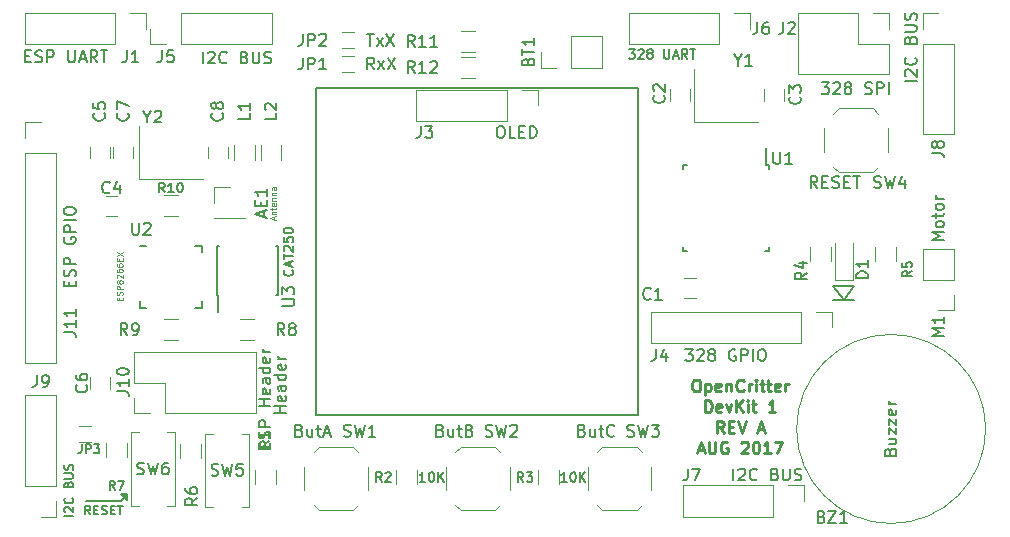
<source format=gto>
G04 #@! TF.FileFunction,Legend,Top*
%FSLAX46Y46*%
G04 Gerber Fmt 4.6, Leading zero omitted, Abs format (unit mm)*
G04 Created by KiCad (PCBNEW 4.0.6) date 09/01/17 10:43:57*
%MOMM*%
%LPD*%
G01*
G04 APERTURE LIST*
%ADD10C,0.100000*%
%ADD11C,0.150000*%
%ADD12C,0.250000*%
%ADD13C,0.200000*%
%ADD14C,0.120000*%
%ADD15C,0.125000*%
G04 APERTURE END LIST*
D10*
D11*
X170100000Y-106300000D02*
X171900000Y-106300000D01*
X171000000Y-106300000D02*
X170100000Y-105100000D01*
X171900000Y-105100000D02*
X171000000Y-106300000D01*
X170100000Y-105100000D02*
X171900000Y-105100000D01*
D12*
X158414285Y-113027381D02*
X158604762Y-113027381D01*
X158700000Y-113075000D01*
X158795238Y-113170238D01*
X158842857Y-113360714D01*
X158842857Y-113694048D01*
X158795238Y-113884524D01*
X158700000Y-113979762D01*
X158604762Y-114027381D01*
X158414285Y-114027381D01*
X158319047Y-113979762D01*
X158223809Y-113884524D01*
X158176190Y-113694048D01*
X158176190Y-113360714D01*
X158223809Y-113170238D01*
X158319047Y-113075000D01*
X158414285Y-113027381D01*
X159271428Y-113360714D02*
X159271428Y-114360714D01*
X159271428Y-113408333D02*
X159366666Y-113360714D01*
X159557143Y-113360714D01*
X159652381Y-113408333D01*
X159700000Y-113455952D01*
X159747619Y-113551190D01*
X159747619Y-113836905D01*
X159700000Y-113932143D01*
X159652381Y-113979762D01*
X159557143Y-114027381D01*
X159366666Y-114027381D01*
X159271428Y-113979762D01*
X160557143Y-113979762D02*
X160461905Y-114027381D01*
X160271428Y-114027381D01*
X160176190Y-113979762D01*
X160128571Y-113884524D01*
X160128571Y-113503571D01*
X160176190Y-113408333D01*
X160271428Y-113360714D01*
X160461905Y-113360714D01*
X160557143Y-113408333D01*
X160604762Y-113503571D01*
X160604762Y-113598810D01*
X160128571Y-113694048D01*
X161033333Y-113360714D02*
X161033333Y-114027381D01*
X161033333Y-113455952D02*
X161080952Y-113408333D01*
X161176190Y-113360714D01*
X161319048Y-113360714D01*
X161414286Y-113408333D01*
X161461905Y-113503571D01*
X161461905Y-114027381D01*
X162509524Y-113932143D02*
X162461905Y-113979762D01*
X162319048Y-114027381D01*
X162223810Y-114027381D01*
X162080952Y-113979762D01*
X161985714Y-113884524D01*
X161938095Y-113789286D01*
X161890476Y-113598810D01*
X161890476Y-113455952D01*
X161938095Y-113265476D01*
X161985714Y-113170238D01*
X162080952Y-113075000D01*
X162223810Y-113027381D01*
X162319048Y-113027381D01*
X162461905Y-113075000D01*
X162509524Y-113122619D01*
X162938095Y-114027381D02*
X162938095Y-113360714D01*
X162938095Y-113551190D02*
X162985714Y-113455952D01*
X163033333Y-113408333D01*
X163128571Y-113360714D01*
X163223810Y-113360714D01*
X163557143Y-114027381D02*
X163557143Y-113360714D01*
X163557143Y-113027381D02*
X163509524Y-113075000D01*
X163557143Y-113122619D01*
X163604762Y-113075000D01*
X163557143Y-113027381D01*
X163557143Y-113122619D01*
X163890476Y-113360714D02*
X164271428Y-113360714D01*
X164033333Y-113027381D02*
X164033333Y-113884524D01*
X164080952Y-113979762D01*
X164176190Y-114027381D01*
X164271428Y-114027381D01*
X164461905Y-113360714D02*
X164842857Y-113360714D01*
X164604762Y-113027381D02*
X164604762Y-113884524D01*
X164652381Y-113979762D01*
X164747619Y-114027381D01*
X164842857Y-114027381D01*
X165557144Y-113979762D02*
X165461906Y-114027381D01*
X165271429Y-114027381D01*
X165176191Y-113979762D01*
X165128572Y-113884524D01*
X165128572Y-113503571D01*
X165176191Y-113408333D01*
X165271429Y-113360714D01*
X165461906Y-113360714D01*
X165557144Y-113408333D01*
X165604763Y-113503571D01*
X165604763Y-113598810D01*
X165128572Y-113694048D01*
X166033334Y-114027381D02*
X166033334Y-113360714D01*
X166033334Y-113551190D02*
X166080953Y-113455952D01*
X166128572Y-113408333D01*
X166223810Y-113360714D01*
X166319049Y-113360714D01*
X159247619Y-115777381D02*
X159247619Y-114777381D01*
X159485714Y-114777381D01*
X159628572Y-114825000D01*
X159723810Y-114920238D01*
X159771429Y-115015476D01*
X159819048Y-115205952D01*
X159819048Y-115348810D01*
X159771429Y-115539286D01*
X159723810Y-115634524D01*
X159628572Y-115729762D01*
X159485714Y-115777381D01*
X159247619Y-115777381D01*
X160628572Y-115729762D02*
X160533334Y-115777381D01*
X160342857Y-115777381D01*
X160247619Y-115729762D01*
X160200000Y-115634524D01*
X160200000Y-115253571D01*
X160247619Y-115158333D01*
X160342857Y-115110714D01*
X160533334Y-115110714D01*
X160628572Y-115158333D01*
X160676191Y-115253571D01*
X160676191Y-115348810D01*
X160200000Y-115444048D01*
X161009524Y-115110714D02*
X161247619Y-115777381D01*
X161485715Y-115110714D01*
X161866667Y-115777381D02*
X161866667Y-114777381D01*
X162438096Y-115777381D02*
X162009524Y-115205952D01*
X162438096Y-114777381D02*
X161866667Y-115348810D01*
X162866667Y-115777381D02*
X162866667Y-115110714D01*
X162866667Y-114777381D02*
X162819048Y-114825000D01*
X162866667Y-114872619D01*
X162914286Y-114825000D01*
X162866667Y-114777381D01*
X162866667Y-114872619D01*
X163200000Y-115110714D02*
X163580952Y-115110714D01*
X163342857Y-114777381D02*
X163342857Y-115634524D01*
X163390476Y-115729762D01*
X163485714Y-115777381D01*
X163580952Y-115777381D01*
X165200001Y-115777381D02*
X164628572Y-115777381D01*
X164914286Y-115777381D02*
X164914286Y-114777381D01*
X164819048Y-114920238D01*
X164723810Y-115015476D01*
X164628572Y-115063095D01*
X160819048Y-117527381D02*
X160485714Y-117051190D01*
X160247619Y-117527381D02*
X160247619Y-116527381D01*
X160628572Y-116527381D01*
X160723810Y-116575000D01*
X160771429Y-116622619D01*
X160819048Y-116717857D01*
X160819048Y-116860714D01*
X160771429Y-116955952D01*
X160723810Y-117003571D01*
X160628572Y-117051190D01*
X160247619Y-117051190D01*
X161247619Y-117003571D02*
X161580953Y-117003571D01*
X161723810Y-117527381D02*
X161247619Y-117527381D01*
X161247619Y-116527381D01*
X161723810Y-116527381D01*
X162009524Y-116527381D02*
X162342857Y-117527381D01*
X162676191Y-116527381D01*
X163723810Y-117241667D02*
X164200001Y-117241667D01*
X163628572Y-117527381D02*
X163961905Y-116527381D01*
X164295239Y-117527381D01*
X158652381Y-118991667D02*
X159128572Y-118991667D01*
X158557143Y-119277381D02*
X158890476Y-118277381D01*
X159223810Y-119277381D01*
X159557143Y-118277381D02*
X159557143Y-119086905D01*
X159604762Y-119182143D01*
X159652381Y-119229762D01*
X159747619Y-119277381D01*
X159938096Y-119277381D01*
X160033334Y-119229762D01*
X160080953Y-119182143D01*
X160128572Y-119086905D01*
X160128572Y-118277381D01*
X161128572Y-118325000D02*
X161033334Y-118277381D01*
X160890477Y-118277381D01*
X160747619Y-118325000D01*
X160652381Y-118420238D01*
X160604762Y-118515476D01*
X160557143Y-118705952D01*
X160557143Y-118848810D01*
X160604762Y-119039286D01*
X160652381Y-119134524D01*
X160747619Y-119229762D01*
X160890477Y-119277381D01*
X160985715Y-119277381D01*
X161128572Y-119229762D01*
X161176191Y-119182143D01*
X161176191Y-118848810D01*
X160985715Y-118848810D01*
X162319048Y-118372619D02*
X162366667Y-118325000D01*
X162461905Y-118277381D01*
X162700001Y-118277381D01*
X162795239Y-118325000D01*
X162842858Y-118372619D01*
X162890477Y-118467857D01*
X162890477Y-118563095D01*
X162842858Y-118705952D01*
X162271429Y-119277381D01*
X162890477Y-119277381D01*
X163509524Y-118277381D02*
X163604763Y-118277381D01*
X163700001Y-118325000D01*
X163747620Y-118372619D01*
X163795239Y-118467857D01*
X163842858Y-118658333D01*
X163842858Y-118896429D01*
X163795239Y-119086905D01*
X163747620Y-119182143D01*
X163700001Y-119229762D01*
X163604763Y-119277381D01*
X163509524Y-119277381D01*
X163414286Y-119229762D01*
X163366667Y-119182143D01*
X163319048Y-119086905D01*
X163271429Y-118896429D01*
X163271429Y-118658333D01*
X163319048Y-118467857D01*
X163366667Y-118372619D01*
X163414286Y-118325000D01*
X163509524Y-118277381D01*
X164795239Y-119277381D02*
X164223810Y-119277381D01*
X164509524Y-119277381D02*
X164509524Y-118277381D01*
X164414286Y-118420238D01*
X164319048Y-118515476D01*
X164223810Y-118563095D01*
X165128572Y-118277381D02*
X165795239Y-118277381D01*
X165366667Y-119277381D01*
D11*
X110300000Y-123200000D02*
X110300000Y-122700000D01*
X109800000Y-122700000D02*
X110300000Y-123200000D01*
X110300000Y-122700000D02*
X109800000Y-122700000D01*
X109800000Y-123300000D02*
X110300000Y-122700000D01*
X106800000Y-123300000D02*
X109800000Y-123300000D01*
X123752381Y-115857143D02*
X122752381Y-115857143D01*
X123228571Y-115857143D02*
X123228571Y-115285714D01*
X123752381Y-115285714D02*
X122752381Y-115285714D01*
X123704762Y-114428571D02*
X123752381Y-114523809D01*
X123752381Y-114714286D01*
X123704762Y-114809524D01*
X123609524Y-114857143D01*
X123228571Y-114857143D01*
X123133333Y-114809524D01*
X123085714Y-114714286D01*
X123085714Y-114523809D01*
X123133333Y-114428571D01*
X123228571Y-114380952D01*
X123323810Y-114380952D01*
X123419048Y-114857143D01*
X123752381Y-113523809D02*
X123228571Y-113523809D01*
X123133333Y-113571428D01*
X123085714Y-113666666D01*
X123085714Y-113857143D01*
X123133333Y-113952381D01*
X123704762Y-113523809D02*
X123752381Y-113619047D01*
X123752381Y-113857143D01*
X123704762Y-113952381D01*
X123609524Y-114000000D01*
X123514286Y-114000000D01*
X123419048Y-113952381D01*
X123371429Y-113857143D01*
X123371429Y-113619047D01*
X123323810Y-113523809D01*
X123752381Y-112619047D02*
X122752381Y-112619047D01*
X123704762Y-112619047D02*
X123752381Y-112714285D01*
X123752381Y-112904762D01*
X123704762Y-113000000D01*
X123657143Y-113047619D01*
X123561905Y-113095238D01*
X123276190Y-113095238D01*
X123180952Y-113047619D01*
X123133333Y-113000000D01*
X123085714Y-112904762D01*
X123085714Y-112714285D01*
X123133333Y-112619047D01*
X123704762Y-111761904D02*
X123752381Y-111857142D01*
X123752381Y-112047619D01*
X123704762Y-112142857D01*
X123609524Y-112190476D01*
X123228571Y-112190476D01*
X123133333Y-112142857D01*
X123085714Y-112047619D01*
X123085714Y-111857142D01*
X123133333Y-111761904D01*
X123228571Y-111714285D01*
X123323810Y-111714285D01*
X123419048Y-112190476D01*
X123752381Y-111285714D02*
X123085714Y-111285714D01*
X123276190Y-111285714D02*
X123180952Y-111238095D01*
X123133333Y-111190476D01*
X123085714Y-111095238D01*
X123085714Y-110999999D01*
D13*
X126300000Y-116000000D02*
X126300000Y-88300000D01*
X126300000Y-116000000D02*
X153600000Y-116000000D01*
X153600000Y-88300000D02*
X153600000Y-116000000D01*
X126300000Y-88300000D02*
X153600000Y-88300000D01*
D14*
X121210000Y-115870000D02*
X121210000Y-110670000D01*
X113530000Y-115870000D02*
X121210000Y-115870000D01*
X110930000Y-110670000D02*
X121210000Y-110670000D01*
X113530000Y-115870000D02*
X113530000Y-113270000D01*
X113530000Y-113270000D02*
X110930000Y-113270000D01*
X110930000Y-113270000D02*
X110930000Y-110670000D01*
X112260000Y-115870000D02*
X110930000Y-115870000D01*
X110930000Y-115870000D02*
X110930000Y-114540000D01*
D11*
X116625000Y-101675000D02*
X116625000Y-102200000D01*
X111375000Y-106925000D02*
X111375000Y-106400000D01*
X116625000Y-106925000D02*
X116625000Y-106400000D01*
X111375000Y-101675000D02*
X111900000Y-101675000D01*
X111375000Y-106925000D02*
X111900000Y-106925000D01*
X116625000Y-106925000D02*
X116100000Y-106925000D01*
X116625000Y-101675000D02*
X116100000Y-101675000D01*
D14*
X117670000Y-99380000D02*
X120330000Y-99380000D01*
X117670000Y-99320000D02*
X117670000Y-99380000D01*
X120330000Y-99320000D02*
X120330000Y-99380000D01*
X117670000Y-99320000D02*
X120330000Y-99320000D01*
X117670000Y-98050000D02*
X117670000Y-96720000D01*
X117670000Y-96720000D02*
X119000000Y-96720000D01*
X183004871Y-117200000D02*
G75*
G03X183004871Y-117200000I-8004871J0D01*
G01*
X158500000Y-104450000D02*
X157500000Y-104450000D01*
X157500000Y-106150000D02*
X158500000Y-106150000D01*
X157950000Y-89400000D02*
X157950000Y-88400000D01*
X156250000Y-88400000D02*
X156250000Y-89400000D01*
X164250000Y-88400000D02*
X164250000Y-89400000D01*
X165950000Y-89400000D02*
X165950000Y-88400000D01*
X109500000Y-97450000D02*
X108500000Y-97450000D01*
X108500000Y-99150000D02*
X109500000Y-99150000D01*
X108850000Y-94300000D02*
X108850000Y-93300000D01*
X107150000Y-93300000D02*
X107150000Y-94300000D01*
X107150000Y-112800000D02*
X107150000Y-113800000D01*
X108850000Y-113800000D02*
X108850000Y-112800000D01*
X110850000Y-94300000D02*
X110850000Y-93300000D01*
X109150000Y-93300000D02*
X109150000Y-94300000D01*
X117150000Y-93300000D02*
X117150000Y-94300000D01*
X118850000Y-94300000D02*
X118850000Y-93300000D01*
X171756554Y-101420242D02*
X171756554Y-104620242D01*
X170256554Y-104620242D02*
X170256554Y-101420242D01*
X170256554Y-104620242D02*
X171756554Y-104620242D01*
X129500000Y-86980000D02*
X128500000Y-86980000D01*
X128500000Y-85620000D02*
X129500000Y-85620000D01*
X129500000Y-84980000D02*
X128500000Y-84980000D01*
X128500000Y-83620000D02*
X129500000Y-83620000D01*
X121130000Y-93200000D02*
X121130000Y-94400000D01*
X119370000Y-94400000D02*
X119370000Y-93200000D01*
X123380000Y-93200000D02*
X123380000Y-94400000D01*
X121620000Y-94400000D02*
X121620000Y-93200000D01*
X180330000Y-101970000D02*
X177670000Y-101970000D01*
X180330000Y-104570000D02*
X180330000Y-101970000D01*
X177670000Y-104570000D02*
X177670000Y-101970000D01*
X180330000Y-104570000D02*
X177670000Y-104570000D01*
X180330000Y-105840000D02*
X180330000Y-107170000D01*
X180330000Y-107170000D02*
X179000000Y-107170000D01*
X122880000Y-120700000D02*
X122880000Y-121900000D01*
X121120000Y-121900000D02*
X121120000Y-120700000D01*
X134880000Y-120700000D02*
X134880000Y-121900000D01*
X133120000Y-121900000D02*
X133120000Y-120700000D01*
X146880000Y-120700000D02*
X146880000Y-121900000D01*
X145120000Y-121900000D02*
X145120000Y-120700000D01*
X169886554Y-101820242D02*
X169886554Y-103020242D01*
X168126554Y-103020242D02*
X168126554Y-101820242D01*
X173620000Y-103000000D02*
X173620000Y-101800000D01*
X175380000Y-101800000D02*
X175380000Y-103000000D01*
X119900000Y-107920000D02*
X121100000Y-107920000D01*
X121100000Y-109680000D02*
X119900000Y-109680000D01*
X114600000Y-109680000D02*
X113400000Y-109680000D01*
X113400000Y-107920000D02*
X114600000Y-107920000D01*
X113400000Y-97420000D02*
X114600000Y-97420000D01*
X114600000Y-99180000D02*
X113400000Y-99180000D01*
X126550000Y-118700000D02*
X129450000Y-118700000D01*
X126100000Y-119150000D02*
X126550000Y-118700000D01*
X125300000Y-122400000D02*
X125300000Y-120400000D01*
X126550000Y-124100000D02*
X126100000Y-123650000D01*
X129450000Y-124100000D02*
X126550000Y-124100000D01*
X129900000Y-123650000D02*
X129450000Y-124100000D01*
X130700000Y-120400000D02*
X130700000Y-122400000D01*
X129450000Y-118700000D02*
X129900000Y-119150000D01*
X138550000Y-118700000D02*
X141450000Y-118700000D01*
X138100000Y-119150000D02*
X138550000Y-118700000D01*
X137300000Y-122400000D02*
X137300000Y-120400000D01*
X138550000Y-124100000D02*
X138100000Y-123650000D01*
X141450000Y-124100000D02*
X138550000Y-124100000D01*
X141900000Y-123650000D02*
X141450000Y-124100000D01*
X142700000Y-120400000D02*
X142700000Y-122400000D01*
X141450000Y-118700000D02*
X141900000Y-119150000D01*
X150550000Y-118700000D02*
X153450000Y-118700000D01*
X150100000Y-119150000D02*
X150550000Y-118700000D01*
X149300000Y-122400000D02*
X149300000Y-120400000D01*
X150550000Y-124100000D02*
X150100000Y-123650000D01*
X153450000Y-124100000D02*
X150550000Y-124100000D01*
X153900000Y-123650000D02*
X153450000Y-124100000D01*
X154700000Y-120400000D02*
X154700000Y-122400000D01*
X153450000Y-118700000D02*
X153900000Y-119150000D01*
X170550000Y-90050000D02*
X173450000Y-90050000D01*
X170100000Y-90500000D02*
X170550000Y-90050000D01*
X169300000Y-93750000D02*
X169300000Y-91750000D01*
X170550000Y-95450000D02*
X170100000Y-95000000D01*
X173450000Y-95450000D02*
X170550000Y-95450000D01*
X173900000Y-95000000D02*
X173450000Y-95450000D01*
X174700000Y-91750000D02*
X174700000Y-93750000D01*
X173450000Y-90050000D02*
X173900000Y-90500000D01*
X158350000Y-86700000D02*
X158350000Y-91200000D01*
X158350000Y-91200000D02*
X163750000Y-91200000D01*
X111300000Y-91550000D02*
X111300000Y-96050000D01*
X111300000Y-96050000D02*
X116700000Y-96050000D01*
X167090000Y-81970000D02*
X167090000Y-87170000D01*
X172230000Y-81970000D02*
X167090000Y-81970000D01*
X174830000Y-87170000D02*
X167090000Y-87170000D01*
X172230000Y-81970000D02*
X172230000Y-84570000D01*
X172230000Y-84570000D02*
X174830000Y-84570000D01*
X174830000Y-84570000D02*
X174830000Y-87170000D01*
X173500000Y-81970000D02*
X174830000Y-81970000D01*
X174830000Y-81970000D02*
X174830000Y-83300000D01*
D11*
X117925000Y-105875000D02*
X117975000Y-105875000D01*
X117925000Y-101725000D02*
X118070000Y-101725000D01*
X123075000Y-101725000D02*
X122930000Y-101725000D01*
X123075000Y-105875000D02*
X122930000Y-105875000D01*
X117925000Y-105875000D02*
X117925000Y-101725000D01*
X123075000Y-105875000D02*
X123075000Y-101725000D01*
X117975000Y-105875000D02*
X117975000Y-107275000D01*
D14*
X154630000Y-107270000D02*
X154630000Y-109930000D01*
X167390000Y-107270000D02*
X154630000Y-107270000D01*
X167390000Y-109930000D02*
X154630000Y-109930000D01*
X167390000Y-107270000D02*
X167390000Y-109930000D01*
X168660000Y-107270000D02*
X169990000Y-107270000D01*
X169990000Y-107270000D02*
X169990000Y-108600000D01*
X101670000Y-111650000D02*
X104330000Y-111650000D01*
X101670000Y-93810000D02*
X101670000Y-111650000D01*
X104330000Y-93810000D02*
X104330000Y-111650000D01*
X101670000Y-93810000D02*
X104330000Y-93810000D01*
X101670000Y-92540000D02*
X101670000Y-91210000D01*
X101670000Y-91210000D02*
X103000000Y-91210000D01*
D11*
X164625000Y-94875000D02*
X164400000Y-94875000D01*
X164625000Y-102125000D02*
X164300000Y-102125000D01*
X157375000Y-102125000D02*
X157700000Y-102125000D01*
X157375000Y-94875000D02*
X157700000Y-94875000D01*
X164625000Y-94875000D02*
X164625000Y-95200000D01*
X157375000Y-94875000D02*
X157375000Y-95200000D01*
X157375000Y-102125000D02*
X157375000Y-101800000D01*
X164625000Y-102125000D02*
X164625000Y-101800000D01*
X164400000Y-94875000D02*
X164400000Y-93450000D01*
D14*
X101650000Y-81970000D02*
X101650000Y-84630000D01*
X109330000Y-81970000D02*
X101650000Y-81970000D01*
X109330000Y-84630000D02*
X101650000Y-84630000D01*
X109330000Y-81970000D02*
X109330000Y-84630000D01*
X110600000Y-81970000D02*
X111930000Y-81970000D01*
X111930000Y-81970000D02*
X111930000Y-83300000D01*
X152770000Y-81970000D02*
X152770000Y-84630000D01*
X160450000Y-81970000D02*
X152770000Y-81970000D01*
X160450000Y-84630000D02*
X152770000Y-84630000D01*
X160450000Y-81970000D02*
X160450000Y-84630000D01*
X161720000Y-81970000D02*
X163050000Y-81970000D01*
X163050000Y-81970000D02*
X163050000Y-83300000D01*
X134790000Y-88470000D02*
X134790000Y-91130000D01*
X142470000Y-88470000D02*
X134790000Y-88470000D01*
X142470000Y-91130000D02*
X134790000Y-91130000D01*
X142470000Y-88470000D02*
X142470000Y-91130000D01*
X143740000Y-88470000D02*
X145070000Y-88470000D01*
X145070000Y-88470000D02*
X145070000Y-89800000D01*
X114350000Y-123700000D02*
X113700000Y-123700000D01*
X110650000Y-123700000D02*
X111300000Y-123700000D01*
X111300000Y-117500000D02*
X110650000Y-117500000D01*
X114350000Y-117500000D02*
X113700000Y-117500000D01*
X114350000Y-123700000D02*
X114350000Y-117500000D01*
X110650000Y-117500000D02*
X110650000Y-123700000D01*
X120650000Y-123800000D02*
X120000000Y-123800000D01*
X116950000Y-123800000D02*
X117600000Y-123800000D01*
X117600000Y-117600000D02*
X116950000Y-117600000D01*
X120650000Y-117600000D02*
X120000000Y-117600000D01*
X120650000Y-123800000D02*
X120650000Y-117600000D01*
X116950000Y-117600000D02*
X116950000Y-123800000D01*
X106250000Y-116920000D02*
X107250000Y-116920000D01*
X107250000Y-118280000D02*
X106250000Y-118280000D01*
X116580000Y-118450000D02*
X116580000Y-119650000D01*
X114820000Y-119650000D02*
X114820000Y-118450000D01*
X110280000Y-118350000D02*
X110280000Y-119550000D01*
X108520000Y-119550000D02*
X108520000Y-118350000D01*
X150530000Y-86630000D02*
X150530000Y-83970000D01*
X147930000Y-86630000D02*
X150530000Y-86630000D01*
X147930000Y-83970000D02*
X150530000Y-83970000D01*
X147930000Y-86630000D02*
X147930000Y-83970000D01*
X146660000Y-86630000D02*
X145330000Y-86630000D01*
X145330000Y-86630000D02*
X145330000Y-85300000D01*
X139750000Y-85280000D02*
X138550000Y-85280000D01*
X138550000Y-83520000D02*
X139750000Y-83520000D01*
X139750000Y-87480000D02*
X138550000Y-87480000D01*
X138550000Y-85720000D02*
X139750000Y-85720000D01*
X122550000Y-84630000D02*
X122550000Y-81970000D01*
X114870000Y-84630000D02*
X122550000Y-84630000D01*
X114870000Y-81970000D02*
X122550000Y-81970000D01*
X114870000Y-84630000D02*
X114870000Y-81970000D01*
X113600000Y-84630000D02*
X112270000Y-84630000D01*
X112270000Y-84630000D02*
X112270000Y-83300000D01*
X104330000Y-114350000D02*
X101670000Y-114350000D01*
X104330000Y-122030000D02*
X104330000Y-114350000D01*
X101670000Y-122030000D02*
X101670000Y-114350000D01*
X104330000Y-122030000D02*
X101670000Y-122030000D01*
X104330000Y-123300000D02*
X104330000Y-124630000D01*
X104330000Y-124630000D02*
X103000000Y-124630000D01*
X157350000Y-121970000D02*
X157350000Y-124630000D01*
X165030000Y-121970000D02*
X157350000Y-121970000D01*
X165030000Y-124630000D02*
X157350000Y-124630000D01*
X165030000Y-121970000D02*
X165030000Y-124630000D01*
X166300000Y-121970000D02*
X167630000Y-121970000D01*
X167630000Y-121970000D02*
X167630000Y-123300000D01*
X177670000Y-92250000D02*
X180330000Y-92250000D01*
X177670000Y-84570000D02*
X177670000Y-92250000D01*
X180330000Y-84570000D02*
X180330000Y-92250000D01*
X177670000Y-84570000D02*
X180330000Y-84570000D01*
X177670000Y-83300000D02*
X177670000Y-81970000D01*
X177670000Y-81970000D02*
X179000000Y-81970000D01*
D11*
X109452381Y-114009523D02*
X110166667Y-114009523D01*
X110309524Y-114057143D01*
X110404762Y-114152381D01*
X110452381Y-114295238D01*
X110452381Y-114390476D01*
X110452381Y-113009523D02*
X110452381Y-113580952D01*
X110452381Y-113295238D02*
X109452381Y-113295238D01*
X109595238Y-113390476D01*
X109690476Y-113485714D01*
X109738095Y-113580952D01*
X109452381Y-112390476D02*
X109452381Y-112295237D01*
X109500000Y-112199999D01*
X109547619Y-112152380D01*
X109642857Y-112104761D01*
X109833333Y-112057142D01*
X110071429Y-112057142D01*
X110261905Y-112104761D01*
X110357143Y-112152380D01*
X110404762Y-112199999D01*
X110452381Y-112295237D01*
X110452381Y-112390476D01*
X110404762Y-112485714D01*
X110357143Y-112533333D01*
X110261905Y-112580952D01*
X110071429Y-112628571D01*
X109833333Y-112628571D01*
X109642857Y-112580952D01*
X109547619Y-112533333D01*
X109500000Y-112485714D01*
X109452381Y-112390476D01*
X121928571Y-118866667D02*
X121928571Y-118533333D01*
X122452381Y-118390476D02*
X122452381Y-118866667D01*
X121452381Y-118866667D01*
X121452381Y-118390476D01*
X122404762Y-118009524D02*
X122452381Y-117866667D01*
X122452381Y-117628571D01*
X122404762Y-117533333D01*
X122357143Y-117485714D01*
X122261905Y-117438095D01*
X122166667Y-117438095D01*
X122071429Y-117485714D01*
X122023810Y-117533333D01*
X121976190Y-117628571D01*
X121928571Y-117819048D01*
X121880952Y-117914286D01*
X121833333Y-117961905D01*
X121738095Y-118009524D01*
X121642857Y-118009524D01*
X121547619Y-117961905D01*
X121500000Y-117914286D01*
X121452381Y-117819048D01*
X121452381Y-117580952D01*
X121500000Y-117438095D01*
X122452381Y-117009524D02*
X121452381Y-117009524D01*
X121452381Y-116628571D01*
X121500000Y-116533333D01*
X121547619Y-116485714D01*
X121642857Y-116438095D01*
X121785714Y-116438095D01*
X121880952Y-116485714D01*
X121928571Y-116533333D01*
X121976190Y-116628571D01*
X121976190Y-117009524D01*
X122452381Y-115247619D02*
X121452381Y-115247619D01*
X121928571Y-115247619D02*
X121928571Y-114676190D01*
X122452381Y-114676190D02*
X121452381Y-114676190D01*
X122404762Y-113819047D02*
X122452381Y-113914285D01*
X122452381Y-114104762D01*
X122404762Y-114200000D01*
X122309524Y-114247619D01*
X121928571Y-114247619D01*
X121833333Y-114200000D01*
X121785714Y-114104762D01*
X121785714Y-113914285D01*
X121833333Y-113819047D01*
X121928571Y-113771428D01*
X122023810Y-113771428D01*
X122119048Y-114247619D01*
X122452381Y-112914285D02*
X121928571Y-112914285D01*
X121833333Y-112961904D01*
X121785714Y-113057142D01*
X121785714Y-113247619D01*
X121833333Y-113342857D01*
X122404762Y-112914285D02*
X122452381Y-113009523D01*
X122452381Y-113247619D01*
X122404762Y-113342857D01*
X122309524Y-113390476D01*
X122214286Y-113390476D01*
X122119048Y-113342857D01*
X122071429Y-113247619D01*
X122071429Y-113009523D01*
X122023810Y-112914285D01*
X122452381Y-112009523D02*
X121452381Y-112009523D01*
X122404762Y-112009523D02*
X122452381Y-112104761D01*
X122452381Y-112295238D01*
X122404762Y-112390476D01*
X122357143Y-112438095D01*
X122261905Y-112485714D01*
X121976190Y-112485714D01*
X121880952Y-112438095D01*
X121833333Y-112390476D01*
X121785714Y-112295238D01*
X121785714Y-112104761D01*
X121833333Y-112009523D01*
X122404762Y-111152380D02*
X122452381Y-111247618D01*
X122452381Y-111438095D01*
X122404762Y-111533333D01*
X122309524Y-111580952D01*
X121928571Y-111580952D01*
X121833333Y-111533333D01*
X121785714Y-111438095D01*
X121785714Y-111247618D01*
X121833333Y-111152380D01*
X121928571Y-111104761D01*
X122023810Y-111104761D01*
X122119048Y-111580952D01*
X122452381Y-110676190D02*
X121785714Y-110676190D01*
X121976190Y-110676190D02*
X121880952Y-110628571D01*
X121833333Y-110580952D01*
X121785714Y-110485714D01*
X121785714Y-110390475D01*
X110738095Y-99752381D02*
X110738095Y-100561905D01*
X110785714Y-100657143D01*
X110833333Y-100704762D01*
X110928571Y-100752381D01*
X111119048Y-100752381D01*
X111214286Y-100704762D01*
X111261905Y-100657143D01*
X111309524Y-100561905D01*
X111309524Y-99752381D01*
X111738095Y-99847619D02*
X111785714Y-99800000D01*
X111880952Y-99752381D01*
X112119048Y-99752381D01*
X112214286Y-99800000D01*
X112261905Y-99847619D01*
X112309524Y-99942857D01*
X112309524Y-100038095D01*
X112261905Y-100180952D01*
X111690476Y-100752381D01*
X112309524Y-100752381D01*
D15*
X109664286Y-106311903D02*
X109664286Y-106145237D01*
X109926190Y-106073808D02*
X109926190Y-106311903D01*
X109426190Y-106311903D01*
X109426190Y-106073808D01*
X109902381Y-105883332D02*
X109926190Y-105811903D01*
X109926190Y-105692856D01*
X109902381Y-105645237D01*
X109878571Y-105621427D01*
X109830952Y-105597618D01*
X109783333Y-105597618D01*
X109735714Y-105621427D01*
X109711905Y-105645237D01*
X109688095Y-105692856D01*
X109664286Y-105788094D01*
X109640476Y-105835713D01*
X109616667Y-105859522D01*
X109569048Y-105883332D01*
X109521429Y-105883332D01*
X109473810Y-105859522D01*
X109450000Y-105835713D01*
X109426190Y-105788094D01*
X109426190Y-105669046D01*
X109450000Y-105597618D01*
X109926190Y-105383332D02*
X109426190Y-105383332D01*
X109426190Y-105192856D01*
X109450000Y-105145237D01*
X109473810Y-105121428D01*
X109521429Y-105097618D01*
X109592857Y-105097618D01*
X109640476Y-105121428D01*
X109664286Y-105145237D01*
X109688095Y-105192856D01*
X109688095Y-105383332D01*
X109640476Y-104811904D02*
X109616667Y-104859523D01*
X109592857Y-104883332D01*
X109545238Y-104907142D01*
X109521429Y-104907142D01*
X109473810Y-104883332D01*
X109450000Y-104859523D01*
X109426190Y-104811904D01*
X109426190Y-104716666D01*
X109450000Y-104669047D01*
X109473810Y-104645237D01*
X109521429Y-104621428D01*
X109545238Y-104621428D01*
X109592857Y-104645237D01*
X109616667Y-104669047D01*
X109640476Y-104716666D01*
X109640476Y-104811904D01*
X109664286Y-104859523D01*
X109688095Y-104883332D01*
X109735714Y-104907142D01*
X109830952Y-104907142D01*
X109878571Y-104883332D01*
X109902381Y-104859523D01*
X109926190Y-104811904D01*
X109926190Y-104716666D01*
X109902381Y-104669047D01*
X109878571Y-104645237D01*
X109830952Y-104621428D01*
X109735714Y-104621428D01*
X109688095Y-104645237D01*
X109664286Y-104669047D01*
X109640476Y-104716666D01*
X109473810Y-104430952D02*
X109450000Y-104407142D01*
X109426190Y-104359523D01*
X109426190Y-104240476D01*
X109450000Y-104192857D01*
X109473810Y-104169047D01*
X109521429Y-104145238D01*
X109569048Y-104145238D01*
X109640476Y-104169047D01*
X109926190Y-104454761D01*
X109926190Y-104145238D01*
X109426190Y-103716667D02*
X109426190Y-103811905D01*
X109450000Y-103859524D01*
X109473810Y-103883333D01*
X109545238Y-103930952D01*
X109640476Y-103954762D01*
X109830952Y-103954762D01*
X109878571Y-103930952D01*
X109902381Y-103907143D01*
X109926190Y-103859524D01*
X109926190Y-103764286D01*
X109902381Y-103716667D01*
X109878571Y-103692857D01*
X109830952Y-103669048D01*
X109711905Y-103669048D01*
X109664286Y-103692857D01*
X109640476Y-103716667D01*
X109616667Y-103764286D01*
X109616667Y-103859524D01*
X109640476Y-103907143D01*
X109664286Y-103930952D01*
X109711905Y-103954762D01*
X109426190Y-103240477D02*
X109426190Y-103335715D01*
X109450000Y-103383334D01*
X109473810Y-103407143D01*
X109545238Y-103454762D01*
X109640476Y-103478572D01*
X109830952Y-103478572D01*
X109878571Y-103454762D01*
X109902381Y-103430953D01*
X109926190Y-103383334D01*
X109926190Y-103288096D01*
X109902381Y-103240477D01*
X109878571Y-103216667D01*
X109830952Y-103192858D01*
X109711905Y-103192858D01*
X109664286Y-103216667D01*
X109640476Y-103240477D01*
X109616667Y-103288096D01*
X109616667Y-103383334D01*
X109640476Y-103430953D01*
X109664286Y-103454762D01*
X109711905Y-103478572D01*
X109664286Y-102978572D02*
X109664286Y-102811906D01*
X109926190Y-102740477D02*
X109926190Y-102978572D01*
X109426190Y-102978572D01*
X109426190Y-102740477D01*
X109426190Y-102573810D02*
X109926190Y-102240477D01*
X109426190Y-102240477D02*
X109926190Y-102573810D01*
D11*
X121866667Y-99216667D02*
X121866667Y-98740476D01*
X122152381Y-99311905D02*
X121152381Y-98978572D01*
X122152381Y-98645238D01*
X121628571Y-98311905D02*
X121628571Y-97978571D01*
X122152381Y-97835714D02*
X122152381Y-98311905D01*
X121152381Y-98311905D01*
X121152381Y-97835714D01*
X122152381Y-96883333D02*
X122152381Y-97454762D01*
X122152381Y-97169048D02*
X121152381Y-97169048D01*
X121295238Y-97264286D01*
X121390476Y-97359524D01*
X121438095Y-97454762D01*
D15*
X122783333Y-99480952D02*
X122783333Y-99242857D01*
X122926190Y-99528571D02*
X122426190Y-99361904D01*
X122926190Y-99195238D01*
X122592857Y-99028571D02*
X122926190Y-99028571D01*
X122640476Y-99028571D02*
X122616667Y-99004762D01*
X122592857Y-98957143D01*
X122592857Y-98885714D01*
X122616667Y-98838095D01*
X122664286Y-98814286D01*
X122926190Y-98814286D01*
X122592857Y-98647619D02*
X122592857Y-98457143D01*
X122426190Y-98576190D02*
X122854762Y-98576190D01*
X122902381Y-98552381D01*
X122926190Y-98504762D01*
X122926190Y-98457143D01*
X122902381Y-98100000D02*
X122926190Y-98147619D01*
X122926190Y-98242857D01*
X122902381Y-98290476D01*
X122854762Y-98314286D01*
X122664286Y-98314286D01*
X122616667Y-98290476D01*
X122592857Y-98242857D01*
X122592857Y-98147619D01*
X122616667Y-98100000D01*
X122664286Y-98076191D01*
X122711905Y-98076191D01*
X122759524Y-98314286D01*
X122592857Y-97861905D02*
X122926190Y-97861905D01*
X122640476Y-97861905D02*
X122616667Y-97838096D01*
X122592857Y-97790477D01*
X122592857Y-97719048D01*
X122616667Y-97671429D01*
X122664286Y-97647620D01*
X122926190Y-97647620D01*
X122592857Y-97409524D02*
X122926190Y-97409524D01*
X122640476Y-97409524D02*
X122616667Y-97385715D01*
X122592857Y-97338096D01*
X122592857Y-97266667D01*
X122616667Y-97219048D01*
X122664286Y-97195239D01*
X122926190Y-97195239D01*
X122926190Y-96742858D02*
X122664286Y-96742858D01*
X122616667Y-96766667D01*
X122592857Y-96814286D01*
X122592857Y-96909524D01*
X122616667Y-96957143D01*
X122902381Y-96742858D02*
X122926190Y-96790477D01*
X122926190Y-96909524D01*
X122902381Y-96957143D01*
X122854762Y-96980953D01*
X122807143Y-96980953D01*
X122759524Y-96957143D01*
X122735714Y-96909524D01*
X122735714Y-96790477D01*
X122711905Y-96742858D01*
D11*
X169119048Y-124628571D02*
X169261905Y-124676190D01*
X169309524Y-124723810D01*
X169357143Y-124819048D01*
X169357143Y-124961905D01*
X169309524Y-125057143D01*
X169261905Y-125104762D01*
X169166667Y-125152381D01*
X168785714Y-125152381D01*
X168785714Y-124152381D01*
X169119048Y-124152381D01*
X169214286Y-124200000D01*
X169261905Y-124247619D01*
X169309524Y-124342857D01*
X169309524Y-124438095D01*
X169261905Y-124533333D01*
X169214286Y-124580952D01*
X169119048Y-124628571D01*
X168785714Y-124628571D01*
X169690476Y-124152381D02*
X170357143Y-124152381D01*
X169690476Y-125152381D01*
X170357143Y-125152381D01*
X171261905Y-125152381D02*
X170690476Y-125152381D01*
X170976190Y-125152381D02*
X170976190Y-124152381D01*
X170880952Y-124295238D01*
X170785714Y-124390476D01*
X170690476Y-124438095D01*
X174928571Y-119128571D02*
X174976190Y-118985714D01*
X175023810Y-118938095D01*
X175119048Y-118890476D01*
X175261905Y-118890476D01*
X175357143Y-118938095D01*
X175404762Y-118985714D01*
X175452381Y-119080952D01*
X175452381Y-119461905D01*
X174452381Y-119461905D01*
X174452381Y-119128571D01*
X174500000Y-119033333D01*
X174547619Y-118985714D01*
X174642857Y-118938095D01*
X174738095Y-118938095D01*
X174833333Y-118985714D01*
X174880952Y-119033333D01*
X174928571Y-119128571D01*
X174928571Y-119461905D01*
X174785714Y-118033333D02*
X175452381Y-118033333D01*
X174785714Y-118461905D02*
X175309524Y-118461905D01*
X175404762Y-118414286D01*
X175452381Y-118319048D01*
X175452381Y-118176190D01*
X175404762Y-118080952D01*
X175357143Y-118033333D01*
X174785714Y-117652381D02*
X174785714Y-117128571D01*
X175452381Y-117652381D01*
X175452381Y-117128571D01*
X174785714Y-116842857D02*
X174785714Y-116319047D01*
X175452381Y-116842857D01*
X175452381Y-116319047D01*
X175404762Y-115557142D02*
X175452381Y-115652380D01*
X175452381Y-115842857D01*
X175404762Y-115938095D01*
X175309524Y-115985714D01*
X174928571Y-115985714D01*
X174833333Y-115938095D01*
X174785714Y-115842857D01*
X174785714Y-115652380D01*
X174833333Y-115557142D01*
X174928571Y-115509523D01*
X175023810Y-115509523D01*
X175119048Y-115985714D01*
X175452381Y-115080952D02*
X174785714Y-115080952D01*
X174976190Y-115080952D02*
X174880952Y-115033333D01*
X174833333Y-114985714D01*
X174785714Y-114890476D01*
X174785714Y-114795237D01*
X154633334Y-106157143D02*
X154585715Y-106204762D01*
X154442858Y-106252381D01*
X154347620Y-106252381D01*
X154204762Y-106204762D01*
X154109524Y-106109524D01*
X154061905Y-106014286D01*
X154014286Y-105823810D01*
X154014286Y-105680952D01*
X154061905Y-105490476D01*
X154109524Y-105395238D01*
X154204762Y-105300000D01*
X154347620Y-105252381D01*
X154442858Y-105252381D01*
X154585715Y-105300000D01*
X154633334Y-105347619D01*
X155585715Y-106252381D02*
X155014286Y-106252381D01*
X155300000Y-106252381D02*
X155300000Y-105252381D01*
X155204762Y-105395238D01*
X155109524Y-105490476D01*
X155014286Y-105538095D01*
X155757143Y-88966666D02*
X155804762Y-89014285D01*
X155852381Y-89157142D01*
X155852381Y-89252380D01*
X155804762Y-89395238D01*
X155709524Y-89490476D01*
X155614286Y-89538095D01*
X155423810Y-89585714D01*
X155280952Y-89585714D01*
X155090476Y-89538095D01*
X154995238Y-89490476D01*
X154900000Y-89395238D01*
X154852381Y-89252380D01*
X154852381Y-89157142D01*
X154900000Y-89014285D01*
X154947619Y-88966666D01*
X154947619Y-88585714D02*
X154900000Y-88538095D01*
X154852381Y-88442857D01*
X154852381Y-88204761D01*
X154900000Y-88109523D01*
X154947619Y-88061904D01*
X155042857Y-88014285D01*
X155138095Y-88014285D01*
X155280952Y-88061904D01*
X155852381Y-88633333D01*
X155852381Y-88014285D01*
X167257143Y-89066666D02*
X167304762Y-89114285D01*
X167352381Y-89257142D01*
X167352381Y-89352380D01*
X167304762Y-89495238D01*
X167209524Y-89590476D01*
X167114286Y-89638095D01*
X166923810Y-89685714D01*
X166780952Y-89685714D01*
X166590476Y-89638095D01*
X166495238Y-89590476D01*
X166400000Y-89495238D01*
X166352381Y-89352380D01*
X166352381Y-89257142D01*
X166400000Y-89114285D01*
X166447619Y-89066666D01*
X166352381Y-88733333D02*
X166352381Y-88114285D01*
X166733333Y-88447619D01*
X166733333Y-88304761D01*
X166780952Y-88209523D01*
X166828571Y-88161904D01*
X166923810Y-88114285D01*
X167161905Y-88114285D01*
X167257143Y-88161904D01*
X167304762Y-88209523D01*
X167352381Y-88304761D01*
X167352381Y-88590476D01*
X167304762Y-88685714D01*
X167257143Y-88733333D01*
X108833334Y-97157143D02*
X108785715Y-97204762D01*
X108642858Y-97252381D01*
X108547620Y-97252381D01*
X108404762Y-97204762D01*
X108309524Y-97109524D01*
X108261905Y-97014286D01*
X108214286Y-96823810D01*
X108214286Y-96680952D01*
X108261905Y-96490476D01*
X108309524Y-96395238D01*
X108404762Y-96300000D01*
X108547620Y-96252381D01*
X108642858Y-96252381D01*
X108785715Y-96300000D01*
X108833334Y-96347619D01*
X109690477Y-96585714D02*
X109690477Y-97252381D01*
X109452381Y-96204762D02*
X109214286Y-96919048D01*
X109833334Y-96919048D01*
X108357143Y-90466666D02*
X108404762Y-90514285D01*
X108452381Y-90657142D01*
X108452381Y-90752380D01*
X108404762Y-90895238D01*
X108309524Y-90990476D01*
X108214286Y-91038095D01*
X108023810Y-91085714D01*
X107880952Y-91085714D01*
X107690476Y-91038095D01*
X107595238Y-90990476D01*
X107500000Y-90895238D01*
X107452381Y-90752380D01*
X107452381Y-90657142D01*
X107500000Y-90514285D01*
X107547619Y-90466666D01*
X107452381Y-89561904D02*
X107452381Y-90038095D01*
X107928571Y-90085714D01*
X107880952Y-90038095D01*
X107833333Y-89942857D01*
X107833333Y-89704761D01*
X107880952Y-89609523D01*
X107928571Y-89561904D01*
X108023810Y-89514285D01*
X108261905Y-89514285D01*
X108357143Y-89561904D01*
X108404762Y-89609523D01*
X108452381Y-89704761D01*
X108452381Y-89942857D01*
X108404762Y-90038095D01*
X108357143Y-90085714D01*
X106857143Y-113466666D02*
X106904762Y-113514285D01*
X106952381Y-113657142D01*
X106952381Y-113752380D01*
X106904762Y-113895238D01*
X106809524Y-113990476D01*
X106714286Y-114038095D01*
X106523810Y-114085714D01*
X106380952Y-114085714D01*
X106190476Y-114038095D01*
X106095238Y-113990476D01*
X106000000Y-113895238D01*
X105952381Y-113752380D01*
X105952381Y-113657142D01*
X106000000Y-113514285D01*
X106047619Y-113466666D01*
X105952381Y-112609523D02*
X105952381Y-112800000D01*
X106000000Y-112895238D01*
X106047619Y-112942857D01*
X106190476Y-113038095D01*
X106380952Y-113085714D01*
X106761905Y-113085714D01*
X106857143Y-113038095D01*
X106904762Y-112990476D01*
X106952381Y-112895238D01*
X106952381Y-112704761D01*
X106904762Y-112609523D01*
X106857143Y-112561904D01*
X106761905Y-112514285D01*
X106523810Y-112514285D01*
X106428571Y-112561904D01*
X106380952Y-112609523D01*
X106333333Y-112704761D01*
X106333333Y-112895238D01*
X106380952Y-112990476D01*
X106428571Y-113038095D01*
X106523810Y-113085714D01*
X110357143Y-90466666D02*
X110404762Y-90514285D01*
X110452381Y-90657142D01*
X110452381Y-90752380D01*
X110404762Y-90895238D01*
X110309524Y-90990476D01*
X110214286Y-91038095D01*
X110023810Y-91085714D01*
X109880952Y-91085714D01*
X109690476Y-91038095D01*
X109595238Y-90990476D01*
X109500000Y-90895238D01*
X109452381Y-90752380D01*
X109452381Y-90657142D01*
X109500000Y-90514285D01*
X109547619Y-90466666D01*
X109452381Y-90133333D02*
X109452381Y-89466666D01*
X110452381Y-89895238D01*
X118357143Y-90466666D02*
X118404762Y-90514285D01*
X118452381Y-90657142D01*
X118452381Y-90752380D01*
X118404762Y-90895238D01*
X118309524Y-90990476D01*
X118214286Y-91038095D01*
X118023810Y-91085714D01*
X117880952Y-91085714D01*
X117690476Y-91038095D01*
X117595238Y-90990476D01*
X117500000Y-90895238D01*
X117452381Y-90752380D01*
X117452381Y-90657142D01*
X117500000Y-90514285D01*
X117547619Y-90466666D01*
X117880952Y-89895238D02*
X117833333Y-89990476D01*
X117785714Y-90038095D01*
X117690476Y-90085714D01*
X117642857Y-90085714D01*
X117547619Y-90038095D01*
X117500000Y-89990476D01*
X117452381Y-89895238D01*
X117452381Y-89704761D01*
X117500000Y-89609523D01*
X117547619Y-89561904D01*
X117642857Y-89514285D01*
X117690476Y-89514285D01*
X117785714Y-89561904D01*
X117833333Y-89609523D01*
X117880952Y-89704761D01*
X117880952Y-89895238D01*
X117928571Y-89990476D01*
X117976190Y-90038095D01*
X118071429Y-90085714D01*
X118261905Y-90085714D01*
X118357143Y-90038095D01*
X118404762Y-89990476D01*
X118452381Y-89895238D01*
X118452381Y-89704761D01*
X118404762Y-89609523D01*
X118357143Y-89561904D01*
X118261905Y-89514285D01*
X118071429Y-89514285D01*
X117976190Y-89561904D01*
X117928571Y-89609523D01*
X117880952Y-89704761D01*
X173052381Y-104438095D02*
X172052381Y-104438095D01*
X172052381Y-104200000D01*
X172100000Y-104057142D01*
X172195238Y-103961904D01*
X172290476Y-103914285D01*
X172480952Y-103866666D01*
X172623810Y-103866666D01*
X172814286Y-103914285D01*
X172909524Y-103961904D01*
X173004762Y-104057142D01*
X173052381Y-104200000D01*
X173052381Y-104438095D01*
X173052381Y-102914285D02*
X173052381Y-103485714D01*
X173052381Y-103200000D02*
X172052381Y-103200000D01*
X172195238Y-103295238D01*
X172290476Y-103390476D01*
X172338095Y-103485714D01*
X125166667Y-85752381D02*
X125166667Y-86466667D01*
X125119047Y-86609524D01*
X125023809Y-86704762D01*
X124880952Y-86752381D01*
X124785714Y-86752381D01*
X125642857Y-86752381D02*
X125642857Y-85752381D01*
X126023810Y-85752381D01*
X126119048Y-85800000D01*
X126166667Y-85847619D01*
X126214286Y-85942857D01*
X126214286Y-86085714D01*
X126166667Y-86180952D01*
X126119048Y-86228571D01*
X126023810Y-86276190D01*
X125642857Y-86276190D01*
X127166667Y-86752381D02*
X126595238Y-86752381D01*
X126880952Y-86752381D02*
X126880952Y-85752381D01*
X126785714Y-85895238D01*
X126690476Y-85990476D01*
X126595238Y-86038095D01*
X131228572Y-86752381D02*
X130895238Y-86276190D01*
X130657143Y-86752381D02*
X130657143Y-85752381D01*
X131038096Y-85752381D01*
X131133334Y-85800000D01*
X131180953Y-85847619D01*
X131228572Y-85942857D01*
X131228572Y-86085714D01*
X131180953Y-86180952D01*
X131133334Y-86228571D01*
X131038096Y-86276190D01*
X130657143Y-86276190D01*
X131561905Y-86752381D02*
X132085715Y-86085714D01*
X131561905Y-86085714D02*
X132085715Y-86752381D01*
X132371429Y-85752381D02*
X133038096Y-86752381D01*
X133038096Y-85752381D02*
X132371429Y-86752381D01*
X125166667Y-83752381D02*
X125166667Y-84466667D01*
X125119047Y-84609524D01*
X125023809Y-84704762D01*
X124880952Y-84752381D01*
X124785714Y-84752381D01*
X125642857Y-84752381D02*
X125642857Y-83752381D01*
X126023810Y-83752381D01*
X126119048Y-83800000D01*
X126166667Y-83847619D01*
X126214286Y-83942857D01*
X126214286Y-84085714D01*
X126166667Y-84180952D01*
X126119048Y-84228571D01*
X126023810Y-84276190D01*
X125642857Y-84276190D01*
X126595238Y-83847619D02*
X126642857Y-83800000D01*
X126738095Y-83752381D01*
X126976191Y-83752381D01*
X127071429Y-83800000D01*
X127119048Y-83847619D01*
X127166667Y-83942857D01*
X127166667Y-84038095D01*
X127119048Y-84180952D01*
X126547619Y-84752381D01*
X127166667Y-84752381D01*
X130633333Y-83752381D02*
X131204762Y-83752381D01*
X130919047Y-84752381D02*
X130919047Y-83752381D01*
X131442857Y-84752381D02*
X131966667Y-84085714D01*
X131442857Y-84085714D02*
X131966667Y-84752381D01*
X132252381Y-83752381D02*
X132919048Y-84752381D01*
X132919048Y-83752381D02*
X132252381Y-84752381D01*
X120702381Y-90466666D02*
X120702381Y-90942857D01*
X119702381Y-90942857D01*
X120702381Y-89609523D02*
X120702381Y-90180952D01*
X120702381Y-89895238D02*
X119702381Y-89895238D01*
X119845238Y-89990476D01*
X119940476Y-90085714D01*
X119988095Y-90180952D01*
X122952381Y-90466666D02*
X122952381Y-90942857D01*
X121952381Y-90942857D01*
X122047619Y-90180952D02*
X122000000Y-90133333D01*
X121952381Y-90038095D01*
X121952381Y-89799999D01*
X122000000Y-89704761D01*
X122047619Y-89657142D01*
X122142857Y-89609523D01*
X122238095Y-89609523D01*
X122380952Y-89657142D01*
X122952381Y-90228571D01*
X122952381Y-89609523D01*
X179452381Y-109349524D02*
X178452381Y-109349524D01*
X179166667Y-109016190D01*
X178452381Y-108682857D01*
X179452381Y-108682857D01*
X179452381Y-107682857D02*
X179452381Y-108254286D01*
X179452381Y-107968572D02*
X178452381Y-107968572D01*
X178595238Y-108063810D01*
X178690476Y-108159048D01*
X178738095Y-108254286D01*
X179452381Y-101233334D02*
X178452381Y-101233334D01*
X179166667Y-100900000D01*
X178452381Y-100566667D01*
X179452381Y-100566667D01*
X179452381Y-99947620D02*
X179404762Y-100042858D01*
X179357143Y-100090477D01*
X179261905Y-100138096D01*
X178976190Y-100138096D01*
X178880952Y-100090477D01*
X178833333Y-100042858D01*
X178785714Y-99947620D01*
X178785714Y-99804762D01*
X178833333Y-99709524D01*
X178880952Y-99661905D01*
X178976190Y-99614286D01*
X179261905Y-99614286D01*
X179357143Y-99661905D01*
X179404762Y-99709524D01*
X179452381Y-99804762D01*
X179452381Y-99947620D01*
X178785714Y-99328572D02*
X178785714Y-98947620D01*
X178452381Y-99185715D02*
X179309524Y-99185715D01*
X179404762Y-99138096D01*
X179452381Y-99042858D01*
X179452381Y-98947620D01*
X179452381Y-98471429D02*
X179404762Y-98566667D01*
X179357143Y-98614286D01*
X179261905Y-98661905D01*
X178976190Y-98661905D01*
X178880952Y-98614286D01*
X178833333Y-98566667D01*
X178785714Y-98471429D01*
X178785714Y-98328571D01*
X178833333Y-98233333D01*
X178880952Y-98185714D01*
X178976190Y-98138095D01*
X179261905Y-98138095D01*
X179357143Y-98185714D01*
X179404762Y-98233333D01*
X179452381Y-98328571D01*
X179452381Y-98471429D01*
X179452381Y-97709524D02*
X178785714Y-97709524D01*
X178976190Y-97709524D02*
X178880952Y-97661905D01*
X178833333Y-97614286D01*
X178785714Y-97519048D01*
X178785714Y-97423809D01*
X122361905Y-118233333D02*
X121980952Y-118500000D01*
X122361905Y-118690476D02*
X121561905Y-118690476D01*
X121561905Y-118385714D01*
X121600000Y-118309523D01*
X121638095Y-118271428D01*
X121714286Y-118233333D01*
X121828571Y-118233333D01*
X121904762Y-118271428D01*
X121942857Y-118309523D01*
X121980952Y-118385714D01*
X121980952Y-118690476D01*
X122361905Y-117471428D02*
X122361905Y-117928571D01*
X122361905Y-117700000D02*
X121561905Y-117700000D01*
X121676190Y-117776190D01*
X121752381Y-117852381D01*
X121790476Y-117928571D01*
X131866667Y-121661905D02*
X131600000Y-121280952D01*
X131409524Y-121661905D02*
X131409524Y-120861905D01*
X131714286Y-120861905D01*
X131790477Y-120900000D01*
X131828572Y-120938095D01*
X131866667Y-121014286D01*
X131866667Y-121128571D01*
X131828572Y-121204762D01*
X131790477Y-121242857D01*
X131714286Y-121280952D01*
X131409524Y-121280952D01*
X132171429Y-120938095D02*
X132209524Y-120900000D01*
X132285715Y-120861905D01*
X132476191Y-120861905D01*
X132552381Y-120900000D01*
X132590477Y-120938095D01*
X132628572Y-121014286D01*
X132628572Y-121090476D01*
X132590477Y-121204762D01*
X132133334Y-121661905D01*
X132628572Y-121661905D01*
X135547619Y-121661905D02*
X135090476Y-121661905D01*
X135319047Y-121661905D02*
X135319047Y-120861905D01*
X135242857Y-120976190D01*
X135166666Y-121052381D01*
X135090476Y-121090476D01*
X136042857Y-120861905D02*
X136119048Y-120861905D01*
X136195238Y-120900000D01*
X136233333Y-120938095D01*
X136271429Y-121014286D01*
X136309524Y-121166667D01*
X136309524Y-121357143D01*
X136271429Y-121509524D01*
X136233333Y-121585714D01*
X136195238Y-121623810D01*
X136119048Y-121661905D01*
X136042857Y-121661905D01*
X135966667Y-121623810D01*
X135928571Y-121585714D01*
X135890476Y-121509524D01*
X135852381Y-121357143D01*
X135852381Y-121166667D01*
X135890476Y-121014286D01*
X135928571Y-120938095D01*
X135966667Y-120900000D01*
X136042857Y-120861905D01*
X136652381Y-121661905D02*
X136652381Y-120861905D01*
X137109524Y-121661905D02*
X136766667Y-121204762D01*
X137109524Y-120861905D02*
X136652381Y-121319048D01*
X143866667Y-121661905D02*
X143600000Y-121280952D01*
X143409524Y-121661905D02*
X143409524Y-120861905D01*
X143714286Y-120861905D01*
X143790477Y-120900000D01*
X143828572Y-120938095D01*
X143866667Y-121014286D01*
X143866667Y-121128571D01*
X143828572Y-121204762D01*
X143790477Y-121242857D01*
X143714286Y-121280952D01*
X143409524Y-121280952D01*
X144133334Y-120861905D02*
X144628572Y-120861905D01*
X144361905Y-121166667D01*
X144476191Y-121166667D01*
X144552381Y-121204762D01*
X144590477Y-121242857D01*
X144628572Y-121319048D01*
X144628572Y-121509524D01*
X144590477Y-121585714D01*
X144552381Y-121623810D01*
X144476191Y-121661905D01*
X144247619Y-121661905D01*
X144171429Y-121623810D01*
X144133334Y-121585714D01*
X147547619Y-121661905D02*
X147090476Y-121661905D01*
X147319047Y-121661905D02*
X147319047Y-120861905D01*
X147242857Y-120976190D01*
X147166666Y-121052381D01*
X147090476Y-121090476D01*
X148042857Y-120861905D02*
X148119048Y-120861905D01*
X148195238Y-120900000D01*
X148233333Y-120938095D01*
X148271429Y-121014286D01*
X148309524Y-121166667D01*
X148309524Y-121357143D01*
X148271429Y-121509524D01*
X148233333Y-121585714D01*
X148195238Y-121623810D01*
X148119048Y-121661905D01*
X148042857Y-121661905D01*
X147966667Y-121623810D01*
X147928571Y-121585714D01*
X147890476Y-121509524D01*
X147852381Y-121357143D01*
X147852381Y-121166667D01*
X147890476Y-121014286D01*
X147928571Y-120938095D01*
X147966667Y-120900000D01*
X148042857Y-120861905D01*
X148652381Y-121661905D02*
X148652381Y-120861905D01*
X149109524Y-121661905D02*
X148766667Y-121204762D01*
X149109524Y-120861905D02*
X148652381Y-121319048D01*
X167852381Y-103966666D02*
X167376190Y-104300000D01*
X167852381Y-104538095D02*
X166852381Y-104538095D01*
X166852381Y-104157142D01*
X166900000Y-104061904D01*
X166947619Y-104014285D01*
X167042857Y-103966666D01*
X167185714Y-103966666D01*
X167280952Y-104014285D01*
X167328571Y-104061904D01*
X167376190Y-104157142D01*
X167376190Y-104538095D01*
X167185714Y-103109523D02*
X167852381Y-103109523D01*
X166804762Y-103347619D02*
X167519048Y-103585714D01*
X167519048Y-102966666D01*
X176761905Y-103833333D02*
X176380952Y-104100000D01*
X176761905Y-104290476D02*
X175961905Y-104290476D01*
X175961905Y-103985714D01*
X176000000Y-103909523D01*
X176038095Y-103871428D01*
X176114286Y-103833333D01*
X176228571Y-103833333D01*
X176304762Y-103871428D01*
X176342857Y-103909523D01*
X176380952Y-103985714D01*
X176380952Y-104290476D01*
X175961905Y-103109523D02*
X175961905Y-103490476D01*
X176342857Y-103528571D01*
X176304762Y-103490476D01*
X176266667Y-103414285D01*
X176266667Y-103223809D01*
X176304762Y-103147619D01*
X176342857Y-103109523D01*
X176419048Y-103071428D01*
X176609524Y-103071428D01*
X176685714Y-103109523D01*
X176723810Y-103147619D01*
X176761905Y-103223809D01*
X176761905Y-103414285D01*
X176723810Y-103490476D01*
X176685714Y-103528571D01*
X123633334Y-109252381D02*
X123300000Y-108776190D01*
X123061905Y-109252381D02*
X123061905Y-108252381D01*
X123442858Y-108252381D01*
X123538096Y-108300000D01*
X123585715Y-108347619D01*
X123633334Y-108442857D01*
X123633334Y-108585714D01*
X123585715Y-108680952D01*
X123538096Y-108728571D01*
X123442858Y-108776190D01*
X123061905Y-108776190D01*
X124204762Y-108680952D02*
X124109524Y-108633333D01*
X124061905Y-108585714D01*
X124014286Y-108490476D01*
X124014286Y-108442857D01*
X124061905Y-108347619D01*
X124109524Y-108300000D01*
X124204762Y-108252381D01*
X124395239Y-108252381D01*
X124490477Y-108300000D01*
X124538096Y-108347619D01*
X124585715Y-108442857D01*
X124585715Y-108490476D01*
X124538096Y-108585714D01*
X124490477Y-108633333D01*
X124395239Y-108680952D01*
X124204762Y-108680952D01*
X124109524Y-108728571D01*
X124061905Y-108776190D01*
X124014286Y-108871429D01*
X124014286Y-109061905D01*
X124061905Y-109157143D01*
X124109524Y-109204762D01*
X124204762Y-109252381D01*
X124395239Y-109252381D01*
X124490477Y-109204762D01*
X124538096Y-109157143D01*
X124585715Y-109061905D01*
X124585715Y-108871429D01*
X124538096Y-108776190D01*
X124490477Y-108728571D01*
X124395239Y-108680952D01*
X110333334Y-109252381D02*
X110000000Y-108776190D01*
X109761905Y-109252381D02*
X109761905Y-108252381D01*
X110142858Y-108252381D01*
X110238096Y-108300000D01*
X110285715Y-108347619D01*
X110333334Y-108442857D01*
X110333334Y-108585714D01*
X110285715Y-108680952D01*
X110238096Y-108728571D01*
X110142858Y-108776190D01*
X109761905Y-108776190D01*
X110809524Y-109252381D02*
X111000000Y-109252381D01*
X111095239Y-109204762D01*
X111142858Y-109157143D01*
X111238096Y-109014286D01*
X111285715Y-108823810D01*
X111285715Y-108442857D01*
X111238096Y-108347619D01*
X111190477Y-108300000D01*
X111095239Y-108252381D01*
X110904762Y-108252381D01*
X110809524Y-108300000D01*
X110761905Y-108347619D01*
X110714286Y-108442857D01*
X110714286Y-108680952D01*
X110761905Y-108776190D01*
X110809524Y-108823810D01*
X110904762Y-108871429D01*
X111095239Y-108871429D01*
X111190477Y-108823810D01*
X111238096Y-108776190D01*
X111285715Y-108680952D01*
X113485714Y-97161905D02*
X113219047Y-96780952D01*
X113028571Y-97161905D02*
X113028571Y-96361905D01*
X113333333Y-96361905D01*
X113409524Y-96400000D01*
X113447619Y-96438095D01*
X113485714Y-96514286D01*
X113485714Y-96628571D01*
X113447619Y-96704762D01*
X113409524Y-96742857D01*
X113333333Y-96780952D01*
X113028571Y-96780952D01*
X114247619Y-97161905D02*
X113790476Y-97161905D01*
X114019047Y-97161905D02*
X114019047Y-96361905D01*
X113942857Y-96476190D01*
X113866666Y-96552381D01*
X113790476Y-96590476D01*
X114742857Y-96361905D02*
X114819048Y-96361905D01*
X114895238Y-96400000D01*
X114933333Y-96438095D01*
X114971429Y-96514286D01*
X115009524Y-96666667D01*
X115009524Y-96857143D01*
X114971429Y-97009524D01*
X114933333Y-97085714D01*
X114895238Y-97123810D01*
X114819048Y-97161905D01*
X114742857Y-97161905D01*
X114666667Y-97123810D01*
X114628571Y-97085714D01*
X114590476Y-97009524D01*
X114552381Y-96857143D01*
X114552381Y-96666667D01*
X114590476Y-96514286D01*
X114628571Y-96438095D01*
X114666667Y-96400000D01*
X114742857Y-96361905D01*
X128666667Y-117804762D02*
X128809524Y-117852381D01*
X129047620Y-117852381D01*
X129142858Y-117804762D01*
X129190477Y-117757143D01*
X129238096Y-117661905D01*
X129238096Y-117566667D01*
X129190477Y-117471429D01*
X129142858Y-117423810D01*
X129047620Y-117376190D01*
X128857143Y-117328571D01*
X128761905Y-117280952D01*
X128714286Y-117233333D01*
X128666667Y-117138095D01*
X128666667Y-117042857D01*
X128714286Y-116947619D01*
X128761905Y-116900000D01*
X128857143Y-116852381D01*
X129095239Y-116852381D01*
X129238096Y-116900000D01*
X129571429Y-116852381D02*
X129809524Y-117852381D01*
X130000001Y-117138095D01*
X130190477Y-117852381D01*
X130428572Y-116852381D01*
X131333334Y-117852381D02*
X130761905Y-117852381D01*
X131047619Y-117852381D02*
X131047619Y-116852381D01*
X130952381Y-116995238D01*
X130857143Y-117090476D01*
X130761905Y-117138095D01*
X124904762Y-117328571D02*
X125047619Y-117376190D01*
X125095238Y-117423810D01*
X125142857Y-117519048D01*
X125142857Y-117661905D01*
X125095238Y-117757143D01*
X125047619Y-117804762D01*
X124952381Y-117852381D01*
X124571428Y-117852381D01*
X124571428Y-116852381D01*
X124904762Y-116852381D01*
X125000000Y-116900000D01*
X125047619Y-116947619D01*
X125095238Y-117042857D01*
X125095238Y-117138095D01*
X125047619Y-117233333D01*
X125000000Y-117280952D01*
X124904762Y-117328571D01*
X124571428Y-117328571D01*
X126000000Y-117185714D02*
X126000000Y-117852381D01*
X125571428Y-117185714D02*
X125571428Y-117709524D01*
X125619047Y-117804762D01*
X125714285Y-117852381D01*
X125857143Y-117852381D01*
X125952381Y-117804762D01*
X126000000Y-117757143D01*
X126333333Y-117185714D02*
X126714285Y-117185714D01*
X126476190Y-116852381D02*
X126476190Y-117709524D01*
X126523809Y-117804762D01*
X126619047Y-117852381D01*
X126714285Y-117852381D01*
X127000000Y-117566667D02*
X127476191Y-117566667D01*
X126904762Y-117852381D02*
X127238095Y-116852381D01*
X127571429Y-117852381D01*
X140666667Y-117804762D02*
X140809524Y-117852381D01*
X141047620Y-117852381D01*
X141142858Y-117804762D01*
X141190477Y-117757143D01*
X141238096Y-117661905D01*
X141238096Y-117566667D01*
X141190477Y-117471429D01*
X141142858Y-117423810D01*
X141047620Y-117376190D01*
X140857143Y-117328571D01*
X140761905Y-117280952D01*
X140714286Y-117233333D01*
X140666667Y-117138095D01*
X140666667Y-117042857D01*
X140714286Y-116947619D01*
X140761905Y-116900000D01*
X140857143Y-116852381D01*
X141095239Y-116852381D01*
X141238096Y-116900000D01*
X141571429Y-116852381D02*
X141809524Y-117852381D01*
X142000001Y-117138095D01*
X142190477Y-117852381D01*
X142428572Y-116852381D01*
X142761905Y-116947619D02*
X142809524Y-116900000D01*
X142904762Y-116852381D01*
X143142858Y-116852381D01*
X143238096Y-116900000D01*
X143285715Y-116947619D01*
X143333334Y-117042857D01*
X143333334Y-117138095D01*
X143285715Y-117280952D01*
X142714286Y-117852381D01*
X143333334Y-117852381D01*
X136833334Y-117328571D02*
X136976191Y-117376190D01*
X137023810Y-117423810D01*
X137071429Y-117519048D01*
X137071429Y-117661905D01*
X137023810Y-117757143D01*
X136976191Y-117804762D01*
X136880953Y-117852381D01*
X136500000Y-117852381D01*
X136500000Y-116852381D01*
X136833334Y-116852381D01*
X136928572Y-116900000D01*
X136976191Y-116947619D01*
X137023810Y-117042857D01*
X137023810Y-117138095D01*
X136976191Y-117233333D01*
X136928572Y-117280952D01*
X136833334Y-117328571D01*
X136500000Y-117328571D01*
X137928572Y-117185714D02*
X137928572Y-117852381D01*
X137500000Y-117185714D02*
X137500000Y-117709524D01*
X137547619Y-117804762D01*
X137642857Y-117852381D01*
X137785715Y-117852381D01*
X137880953Y-117804762D01*
X137928572Y-117757143D01*
X138261905Y-117185714D02*
X138642857Y-117185714D01*
X138404762Y-116852381D02*
X138404762Y-117709524D01*
X138452381Y-117804762D01*
X138547619Y-117852381D01*
X138642857Y-117852381D01*
X139309525Y-117328571D02*
X139452382Y-117376190D01*
X139500001Y-117423810D01*
X139547620Y-117519048D01*
X139547620Y-117661905D01*
X139500001Y-117757143D01*
X139452382Y-117804762D01*
X139357144Y-117852381D01*
X138976191Y-117852381D01*
X138976191Y-116852381D01*
X139309525Y-116852381D01*
X139404763Y-116900000D01*
X139452382Y-116947619D01*
X139500001Y-117042857D01*
X139500001Y-117138095D01*
X139452382Y-117233333D01*
X139404763Y-117280952D01*
X139309525Y-117328571D01*
X138976191Y-117328571D01*
X152666667Y-117804762D02*
X152809524Y-117852381D01*
X153047620Y-117852381D01*
X153142858Y-117804762D01*
X153190477Y-117757143D01*
X153238096Y-117661905D01*
X153238096Y-117566667D01*
X153190477Y-117471429D01*
X153142858Y-117423810D01*
X153047620Y-117376190D01*
X152857143Y-117328571D01*
X152761905Y-117280952D01*
X152714286Y-117233333D01*
X152666667Y-117138095D01*
X152666667Y-117042857D01*
X152714286Y-116947619D01*
X152761905Y-116900000D01*
X152857143Y-116852381D01*
X153095239Y-116852381D01*
X153238096Y-116900000D01*
X153571429Y-116852381D02*
X153809524Y-117852381D01*
X154000001Y-117138095D01*
X154190477Y-117852381D01*
X154428572Y-116852381D01*
X154714286Y-116852381D02*
X155333334Y-116852381D01*
X155000000Y-117233333D01*
X155142858Y-117233333D01*
X155238096Y-117280952D01*
X155285715Y-117328571D01*
X155333334Y-117423810D01*
X155333334Y-117661905D01*
X155285715Y-117757143D01*
X155238096Y-117804762D01*
X155142858Y-117852381D01*
X154857143Y-117852381D01*
X154761905Y-117804762D01*
X154714286Y-117757143D01*
X148833334Y-117328571D02*
X148976191Y-117376190D01*
X149023810Y-117423810D01*
X149071429Y-117519048D01*
X149071429Y-117661905D01*
X149023810Y-117757143D01*
X148976191Y-117804762D01*
X148880953Y-117852381D01*
X148500000Y-117852381D01*
X148500000Y-116852381D01*
X148833334Y-116852381D01*
X148928572Y-116900000D01*
X148976191Y-116947619D01*
X149023810Y-117042857D01*
X149023810Y-117138095D01*
X148976191Y-117233333D01*
X148928572Y-117280952D01*
X148833334Y-117328571D01*
X148500000Y-117328571D01*
X149928572Y-117185714D02*
X149928572Y-117852381D01*
X149500000Y-117185714D02*
X149500000Y-117709524D01*
X149547619Y-117804762D01*
X149642857Y-117852381D01*
X149785715Y-117852381D01*
X149880953Y-117804762D01*
X149928572Y-117757143D01*
X150261905Y-117185714D02*
X150642857Y-117185714D01*
X150404762Y-116852381D02*
X150404762Y-117709524D01*
X150452381Y-117804762D01*
X150547619Y-117852381D01*
X150642857Y-117852381D01*
X151547620Y-117757143D02*
X151500001Y-117804762D01*
X151357144Y-117852381D01*
X151261906Y-117852381D01*
X151119048Y-117804762D01*
X151023810Y-117709524D01*
X150976191Y-117614286D01*
X150928572Y-117423810D01*
X150928572Y-117280952D01*
X150976191Y-117090476D01*
X151023810Y-116995238D01*
X151119048Y-116900000D01*
X151261906Y-116852381D01*
X151357144Y-116852381D01*
X151500001Y-116900000D01*
X151547620Y-116947619D01*
X173566667Y-96754762D02*
X173709524Y-96802381D01*
X173947620Y-96802381D01*
X174042858Y-96754762D01*
X174090477Y-96707143D01*
X174138096Y-96611905D01*
X174138096Y-96516667D01*
X174090477Y-96421429D01*
X174042858Y-96373810D01*
X173947620Y-96326190D01*
X173757143Y-96278571D01*
X173661905Y-96230952D01*
X173614286Y-96183333D01*
X173566667Y-96088095D01*
X173566667Y-95992857D01*
X173614286Y-95897619D01*
X173661905Y-95850000D01*
X173757143Y-95802381D01*
X173995239Y-95802381D01*
X174138096Y-95850000D01*
X174471429Y-95802381D02*
X174709524Y-96802381D01*
X174900001Y-96088095D01*
X175090477Y-96802381D01*
X175328572Y-95802381D01*
X176138096Y-96135714D02*
X176138096Y-96802381D01*
X175900000Y-95754762D02*
X175661905Y-96469048D01*
X176280953Y-96469048D01*
X168747619Y-96802381D02*
X168414285Y-96326190D01*
X168176190Y-96802381D02*
X168176190Y-95802381D01*
X168557143Y-95802381D01*
X168652381Y-95850000D01*
X168700000Y-95897619D01*
X168747619Y-95992857D01*
X168747619Y-96135714D01*
X168700000Y-96230952D01*
X168652381Y-96278571D01*
X168557143Y-96326190D01*
X168176190Y-96326190D01*
X169176190Y-96278571D02*
X169509524Y-96278571D01*
X169652381Y-96802381D02*
X169176190Y-96802381D01*
X169176190Y-95802381D01*
X169652381Y-95802381D01*
X170033333Y-96754762D02*
X170176190Y-96802381D01*
X170414286Y-96802381D01*
X170509524Y-96754762D01*
X170557143Y-96707143D01*
X170604762Y-96611905D01*
X170604762Y-96516667D01*
X170557143Y-96421429D01*
X170509524Y-96373810D01*
X170414286Y-96326190D01*
X170223809Y-96278571D01*
X170128571Y-96230952D01*
X170080952Y-96183333D01*
X170033333Y-96088095D01*
X170033333Y-95992857D01*
X170080952Y-95897619D01*
X170128571Y-95850000D01*
X170223809Y-95802381D01*
X170461905Y-95802381D01*
X170604762Y-95850000D01*
X171033333Y-96278571D02*
X171366667Y-96278571D01*
X171509524Y-96802381D02*
X171033333Y-96802381D01*
X171033333Y-95802381D01*
X171509524Y-95802381D01*
X171795238Y-95802381D02*
X172366667Y-95802381D01*
X172080952Y-96802381D02*
X172080952Y-95802381D01*
X162023809Y-85976190D02*
X162023809Y-86452381D01*
X161690476Y-85452381D02*
X162023809Y-85976190D01*
X162357143Y-85452381D01*
X163214286Y-86452381D02*
X162642857Y-86452381D01*
X162928571Y-86452381D02*
X162928571Y-85452381D01*
X162833333Y-85595238D01*
X162738095Y-85690476D01*
X162642857Y-85738095D01*
X112023809Y-90776190D02*
X112023809Y-91252381D01*
X111690476Y-90252381D02*
X112023809Y-90776190D01*
X112357143Y-90252381D01*
X112642857Y-90347619D02*
X112690476Y-90300000D01*
X112785714Y-90252381D01*
X113023810Y-90252381D01*
X113119048Y-90300000D01*
X113166667Y-90347619D01*
X113214286Y-90442857D01*
X113214286Y-90538095D01*
X113166667Y-90680952D01*
X112595238Y-91252381D01*
X113214286Y-91252381D01*
X165866667Y-82752381D02*
X165866667Y-83466667D01*
X165819047Y-83609524D01*
X165723809Y-83704762D01*
X165580952Y-83752381D01*
X165485714Y-83752381D01*
X166295238Y-82847619D02*
X166342857Y-82800000D01*
X166438095Y-82752381D01*
X166676191Y-82752381D01*
X166771429Y-82800000D01*
X166819048Y-82847619D01*
X166866667Y-82942857D01*
X166866667Y-83038095D01*
X166819048Y-83180952D01*
X166247619Y-83752381D01*
X166866667Y-83752381D01*
X169119048Y-87852381D02*
X169738096Y-87852381D01*
X169404762Y-88233333D01*
X169547620Y-88233333D01*
X169642858Y-88280952D01*
X169690477Y-88328571D01*
X169738096Y-88423810D01*
X169738096Y-88661905D01*
X169690477Y-88757143D01*
X169642858Y-88804762D01*
X169547620Y-88852381D01*
X169261905Y-88852381D01*
X169166667Y-88804762D01*
X169119048Y-88757143D01*
X170119048Y-87947619D02*
X170166667Y-87900000D01*
X170261905Y-87852381D01*
X170500001Y-87852381D01*
X170595239Y-87900000D01*
X170642858Y-87947619D01*
X170690477Y-88042857D01*
X170690477Y-88138095D01*
X170642858Y-88280952D01*
X170071429Y-88852381D01*
X170690477Y-88852381D01*
X171261905Y-88280952D02*
X171166667Y-88233333D01*
X171119048Y-88185714D01*
X171071429Y-88090476D01*
X171071429Y-88042857D01*
X171119048Y-87947619D01*
X171166667Y-87900000D01*
X171261905Y-87852381D01*
X171452382Y-87852381D01*
X171547620Y-87900000D01*
X171595239Y-87947619D01*
X171642858Y-88042857D01*
X171642858Y-88090476D01*
X171595239Y-88185714D01*
X171547620Y-88233333D01*
X171452382Y-88280952D01*
X171261905Y-88280952D01*
X171166667Y-88328571D01*
X171119048Y-88376190D01*
X171071429Y-88471429D01*
X171071429Y-88661905D01*
X171119048Y-88757143D01*
X171166667Y-88804762D01*
X171261905Y-88852381D01*
X171452382Y-88852381D01*
X171547620Y-88804762D01*
X171595239Y-88757143D01*
X171642858Y-88661905D01*
X171642858Y-88471429D01*
X171595239Y-88376190D01*
X171547620Y-88328571D01*
X171452382Y-88280952D01*
X172785715Y-88804762D02*
X172928572Y-88852381D01*
X173166668Y-88852381D01*
X173261906Y-88804762D01*
X173309525Y-88757143D01*
X173357144Y-88661905D01*
X173357144Y-88566667D01*
X173309525Y-88471429D01*
X173261906Y-88423810D01*
X173166668Y-88376190D01*
X172976191Y-88328571D01*
X172880953Y-88280952D01*
X172833334Y-88233333D01*
X172785715Y-88138095D01*
X172785715Y-88042857D01*
X172833334Y-87947619D01*
X172880953Y-87900000D01*
X172976191Y-87852381D01*
X173214287Y-87852381D01*
X173357144Y-87900000D01*
X173785715Y-88852381D02*
X173785715Y-87852381D01*
X174166668Y-87852381D01*
X174261906Y-87900000D01*
X174309525Y-87947619D01*
X174357144Y-88042857D01*
X174357144Y-88185714D01*
X174309525Y-88280952D01*
X174261906Y-88328571D01*
X174166668Y-88376190D01*
X173785715Y-88376190D01*
X174785715Y-88852381D02*
X174785715Y-87852381D01*
X123452381Y-106761905D02*
X124261905Y-106761905D01*
X124357143Y-106714286D01*
X124404762Y-106666667D01*
X124452381Y-106571429D01*
X124452381Y-106380952D01*
X124404762Y-106285714D01*
X124357143Y-106238095D01*
X124261905Y-106190476D01*
X123452381Y-106190476D01*
X123452381Y-105809524D02*
X123452381Y-105190476D01*
X123833333Y-105523810D01*
X123833333Y-105380952D01*
X123880952Y-105285714D01*
X123928571Y-105238095D01*
X124023810Y-105190476D01*
X124261905Y-105190476D01*
X124357143Y-105238095D01*
X124404762Y-105285714D01*
X124452381Y-105380952D01*
X124452381Y-105666667D01*
X124404762Y-105761905D01*
X124357143Y-105809524D01*
X124285714Y-103742857D02*
X124323810Y-103780952D01*
X124361905Y-103895238D01*
X124361905Y-103971428D01*
X124323810Y-104085714D01*
X124247619Y-104161905D01*
X124171429Y-104200000D01*
X124019048Y-104238095D01*
X123904762Y-104238095D01*
X123752381Y-104200000D01*
X123676190Y-104161905D01*
X123600000Y-104085714D01*
X123561905Y-103971428D01*
X123561905Y-103895238D01*
X123600000Y-103780952D01*
X123638095Y-103742857D01*
X124133333Y-103438095D02*
X124133333Y-103057143D01*
X124361905Y-103514286D02*
X123561905Y-103247619D01*
X124361905Y-102980952D01*
X123561905Y-102828572D02*
X123561905Y-102371429D01*
X124361905Y-102600000D02*
X123561905Y-102600000D01*
X123638095Y-102142857D02*
X123600000Y-102104762D01*
X123561905Y-102028571D01*
X123561905Y-101838095D01*
X123600000Y-101761905D01*
X123638095Y-101723809D01*
X123714286Y-101685714D01*
X123790476Y-101685714D01*
X123904762Y-101723809D01*
X124361905Y-102180952D01*
X124361905Y-101685714D01*
X123561905Y-100961904D02*
X123561905Y-101342857D01*
X123942857Y-101380952D01*
X123904762Y-101342857D01*
X123866667Y-101266666D01*
X123866667Y-101076190D01*
X123904762Y-101000000D01*
X123942857Y-100961904D01*
X124019048Y-100923809D01*
X124209524Y-100923809D01*
X124285714Y-100961904D01*
X124323810Y-101000000D01*
X124361905Y-101076190D01*
X124361905Y-101266666D01*
X124323810Y-101342857D01*
X124285714Y-101380952D01*
X123561905Y-100428571D02*
X123561905Y-100352380D01*
X123600000Y-100276190D01*
X123638095Y-100238095D01*
X123714286Y-100199999D01*
X123866667Y-100161904D01*
X124057143Y-100161904D01*
X124209524Y-100199999D01*
X124285714Y-100238095D01*
X124323810Y-100276190D01*
X124361905Y-100352380D01*
X124361905Y-100428571D01*
X124323810Y-100504761D01*
X124285714Y-100542857D01*
X124209524Y-100580952D01*
X124057143Y-100619047D01*
X123866667Y-100619047D01*
X123714286Y-100580952D01*
X123638095Y-100542857D01*
X123600000Y-100504761D01*
X123561905Y-100428571D01*
X155066667Y-110452381D02*
X155066667Y-111166667D01*
X155019047Y-111309524D01*
X154923809Y-111404762D01*
X154780952Y-111452381D01*
X154685714Y-111452381D01*
X155971429Y-110785714D02*
X155971429Y-111452381D01*
X155733333Y-110404762D02*
X155495238Y-111119048D01*
X156114286Y-111119048D01*
X157571429Y-110452381D02*
X158190477Y-110452381D01*
X157857143Y-110833333D01*
X158000001Y-110833333D01*
X158095239Y-110880952D01*
X158142858Y-110928571D01*
X158190477Y-111023810D01*
X158190477Y-111261905D01*
X158142858Y-111357143D01*
X158095239Y-111404762D01*
X158000001Y-111452381D01*
X157714286Y-111452381D01*
X157619048Y-111404762D01*
X157571429Y-111357143D01*
X158571429Y-110547619D02*
X158619048Y-110500000D01*
X158714286Y-110452381D01*
X158952382Y-110452381D01*
X159047620Y-110500000D01*
X159095239Y-110547619D01*
X159142858Y-110642857D01*
X159142858Y-110738095D01*
X159095239Y-110880952D01*
X158523810Y-111452381D01*
X159142858Y-111452381D01*
X159714286Y-110880952D02*
X159619048Y-110833333D01*
X159571429Y-110785714D01*
X159523810Y-110690476D01*
X159523810Y-110642857D01*
X159571429Y-110547619D01*
X159619048Y-110500000D01*
X159714286Y-110452381D01*
X159904763Y-110452381D01*
X160000001Y-110500000D01*
X160047620Y-110547619D01*
X160095239Y-110642857D01*
X160095239Y-110690476D01*
X160047620Y-110785714D01*
X160000001Y-110833333D01*
X159904763Y-110880952D01*
X159714286Y-110880952D01*
X159619048Y-110928571D01*
X159571429Y-110976190D01*
X159523810Y-111071429D01*
X159523810Y-111261905D01*
X159571429Y-111357143D01*
X159619048Y-111404762D01*
X159714286Y-111452381D01*
X159904763Y-111452381D01*
X160000001Y-111404762D01*
X160047620Y-111357143D01*
X160095239Y-111261905D01*
X160095239Y-111071429D01*
X160047620Y-110976190D01*
X160000001Y-110928571D01*
X159904763Y-110880952D01*
X161809525Y-110500000D02*
X161714287Y-110452381D01*
X161571430Y-110452381D01*
X161428572Y-110500000D01*
X161333334Y-110595238D01*
X161285715Y-110690476D01*
X161238096Y-110880952D01*
X161238096Y-111023810D01*
X161285715Y-111214286D01*
X161333334Y-111309524D01*
X161428572Y-111404762D01*
X161571430Y-111452381D01*
X161666668Y-111452381D01*
X161809525Y-111404762D01*
X161857144Y-111357143D01*
X161857144Y-111023810D01*
X161666668Y-111023810D01*
X162285715Y-111452381D02*
X162285715Y-110452381D01*
X162666668Y-110452381D01*
X162761906Y-110500000D01*
X162809525Y-110547619D01*
X162857144Y-110642857D01*
X162857144Y-110785714D01*
X162809525Y-110880952D01*
X162761906Y-110928571D01*
X162666668Y-110976190D01*
X162285715Y-110976190D01*
X163285715Y-111452381D02*
X163285715Y-110452381D01*
X163952381Y-110452381D02*
X164142858Y-110452381D01*
X164238096Y-110500000D01*
X164333334Y-110595238D01*
X164380953Y-110785714D01*
X164380953Y-111119048D01*
X164333334Y-111309524D01*
X164238096Y-111404762D01*
X164142858Y-111452381D01*
X163952381Y-111452381D01*
X163857143Y-111404762D01*
X163761905Y-111309524D01*
X163714286Y-111119048D01*
X163714286Y-110785714D01*
X163761905Y-110595238D01*
X163857143Y-110500000D01*
X163952381Y-110452381D01*
X104952381Y-109009523D02*
X105666667Y-109009523D01*
X105809524Y-109057143D01*
X105904762Y-109152381D01*
X105952381Y-109295238D01*
X105952381Y-109390476D01*
X105952381Y-108009523D02*
X105952381Y-108580952D01*
X105952381Y-108295238D02*
X104952381Y-108295238D01*
X105095238Y-108390476D01*
X105190476Y-108485714D01*
X105238095Y-108580952D01*
X105952381Y-107057142D02*
X105952381Y-107628571D01*
X105952381Y-107342857D02*
X104952381Y-107342857D01*
X105095238Y-107438095D01*
X105190476Y-107533333D01*
X105238095Y-107628571D01*
X105428571Y-105133333D02*
X105428571Y-104799999D01*
X105952381Y-104657142D02*
X105952381Y-105133333D01*
X104952381Y-105133333D01*
X104952381Y-104657142D01*
X105904762Y-104276190D02*
X105952381Y-104133333D01*
X105952381Y-103895237D01*
X105904762Y-103799999D01*
X105857143Y-103752380D01*
X105761905Y-103704761D01*
X105666667Y-103704761D01*
X105571429Y-103752380D01*
X105523810Y-103799999D01*
X105476190Y-103895237D01*
X105428571Y-104085714D01*
X105380952Y-104180952D01*
X105333333Y-104228571D01*
X105238095Y-104276190D01*
X105142857Y-104276190D01*
X105047619Y-104228571D01*
X105000000Y-104180952D01*
X104952381Y-104085714D01*
X104952381Y-103847618D01*
X105000000Y-103704761D01*
X105952381Y-103276190D02*
X104952381Y-103276190D01*
X104952381Y-102895237D01*
X105000000Y-102799999D01*
X105047619Y-102752380D01*
X105142857Y-102704761D01*
X105285714Y-102704761D01*
X105380952Y-102752380D01*
X105428571Y-102799999D01*
X105476190Y-102895237D01*
X105476190Y-103276190D01*
X105000000Y-100990475D02*
X104952381Y-101085713D01*
X104952381Y-101228570D01*
X105000000Y-101371428D01*
X105095238Y-101466666D01*
X105190476Y-101514285D01*
X105380952Y-101561904D01*
X105523810Y-101561904D01*
X105714286Y-101514285D01*
X105809524Y-101466666D01*
X105904762Y-101371428D01*
X105952381Y-101228570D01*
X105952381Y-101133332D01*
X105904762Y-100990475D01*
X105857143Y-100942856D01*
X105523810Y-100942856D01*
X105523810Y-101133332D01*
X105952381Y-100514285D02*
X104952381Y-100514285D01*
X104952381Y-100133332D01*
X105000000Y-100038094D01*
X105047619Y-99990475D01*
X105142857Y-99942856D01*
X105285714Y-99942856D01*
X105380952Y-99990475D01*
X105428571Y-100038094D01*
X105476190Y-100133332D01*
X105476190Y-100514285D01*
X105952381Y-99514285D02*
X104952381Y-99514285D01*
X104952381Y-98847619D02*
X104952381Y-98657142D01*
X105000000Y-98561904D01*
X105095238Y-98466666D01*
X105285714Y-98419047D01*
X105619048Y-98419047D01*
X105809524Y-98466666D01*
X105904762Y-98561904D01*
X105952381Y-98657142D01*
X105952381Y-98847619D01*
X105904762Y-98942857D01*
X105809524Y-99038095D01*
X105619048Y-99085714D01*
X105285714Y-99085714D01*
X105095238Y-99038095D01*
X105000000Y-98942857D01*
X104952381Y-98847619D01*
X165038095Y-93752381D02*
X165038095Y-94561905D01*
X165085714Y-94657143D01*
X165133333Y-94704762D01*
X165228571Y-94752381D01*
X165419048Y-94752381D01*
X165514286Y-94704762D01*
X165561905Y-94657143D01*
X165609524Y-94561905D01*
X165609524Y-93752381D01*
X166609524Y-94752381D02*
X166038095Y-94752381D01*
X166323809Y-94752381D02*
X166323809Y-93752381D01*
X166228571Y-93895238D01*
X166133333Y-93990476D01*
X166038095Y-94038095D01*
X110266667Y-85152381D02*
X110266667Y-85866667D01*
X110219047Y-86009524D01*
X110123809Y-86104762D01*
X109980952Y-86152381D01*
X109885714Y-86152381D01*
X111266667Y-86152381D02*
X110695238Y-86152381D01*
X110980952Y-86152381D02*
X110980952Y-85152381D01*
X110885714Y-85295238D01*
X110790476Y-85390476D01*
X110695238Y-85438095D01*
X101695238Y-85628571D02*
X102028572Y-85628571D01*
X102171429Y-86152381D02*
X101695238Y-86152381D01*
X101695238Y-85152381D01*
X102171429Y-85152381D01*
X102552381Y-86104762D02*
X102695238Y-86152381D01*
X102933334Y-86152381D01*
X103028572Y-86104762D01*
X103076191Y-86057143D01*
X103123810Y-85961905D01*
X103123810Y-85866667D01*
X103076191Y-85771429D01*
X103028572Y-85723810D01*
X102933334Y-85676190D01*
X102742857Y-85628571D01*
X102647619Y-85580952D01*
X102600000Y-85533333D01*
X102552381Y-85438095D01*
X102552381Y-85342857D01*
X102600000Y-85247619D01*
X102647619Y-85200000D01*
X102742857Y-85152381D01*
X102980953Y-85152381D01*
X103123810Y-85200000D01*
X103552381Y-86152381D02*
X103552381Y-85152381D01*
X103933334Y-85152381D01*
X104028572Y-85200000D01*
X104076191Y-85247619D01*
X104123810Y-85342857D01*
X104123810Y-85485714D01*
X104076191Y-85580952D01*
X104028572Y-85628571D01*
X103933334Y-85676190D01*
X103552381Y-85676190D01*
X105314286Y-85152381D02*
X105314286Y-85961905D01*
X105361905Y-86057143D01*
X105409524Y-86104762D01*
X105504762Y-86152381D01*
X105695239Y-86152381D01*
X105790477Y-86104762D01*
X105838096Y-86057143D01*
X105885715Y-85961905D01*
X105885715Y-85152381D01*
X106314286Y-85866667D02*
X106790477Y-85866667D01*
X106219048Y-86152381D02*
X106552381Y-85152381D01*
X106885715Y-86152381D01*
X107790477Y-86152381D02*
X107457143Y-85676190D01*
X107219048Y-86152381D02*
X107219048Y-85152381D01*
X107600001Y-85152381D01*
X107695239Y-85200000D01*
X107742858Y-85247619D01*
X107790477Y-85342857D01*
X107790477Y-85485714D01*
X107742858Y-85580952D01*
X107695239Y-85628571D01*
X107600001Y-85676190D01*
X107219048Y-85676190D01*
X108076191Y-85152381D02*
X108647620Y-85152381D01*
X108361905Y-86152381D02*
X108361905Y-85152381D01*
X163666667Y-82752381D02*
X163666667Y-83466667D01*
X163619047Y-83609524D01*
X163523809Y-83704762D01*
X163380952Y-83752381D01*
X163285714Y-83752381D01*
X164571429Y-82752381D02*
X164380952Y-82752381D01*
X164285714Y-82800000D01*
X164238095Y-82847619D01*
X164142857Y-82990476D01*
X164095238Y-83180952D01*
X164095238Y-83561905D01*
X164142857Y-83657143D01*
X164190476Y-83704762D01*
X164285714Y-83752381D01*
X164476191Y-83752381D01*
X164571429Y-83704762D01*
X164619048Y-83657143D01*
X164666667Y-83561905D01*
X164666667Y-83323810D01*
X164619048Y-83228571D01*
X164571429Y-83180952D01*
X164476191Y-83133333D01*
X164285714Y-83133333D01*
X164190476Y-83180952D01*
X164142857Y-83228571D01*
X164095238Y-83323810D01*
X152800000Y-85061905D02*
X153295238Y-85061905D01*
X153028571Y-85366667D01*
X153142857Y-85366667D01*
X153219047Y-85404762D01*
X153257143Y-85442857D01*
X153295238Y-85519048D01*
X153295238Y-85709524D01*
X153257143Y-85785714D01*
X153219047Y-85823810D01*
X153142857Y-85861905D01*
X152914285Y-85861905D01*
X152838095Y-85823810D01*
X152800000Y-85785714D01*
X153600000Y-85138095D02*
X153638095Y-85100000D01*
X153714286Y-85061905D01*
X153904762Y-85061905D01*
X153980952Y-85100000D01*
X154019048Y-85138095D01*
X154057143Y-85214286D01*
X154057143Y-85290476D01*
X154019048Y-85404762D01*
X153561905Y-85861905D01*
X154057143Y-85861905D01*
X154514286Y-85404762D02*
X154438095Y-85366667D01*
X154400000Y-85328571D01*
X154361905Y-85252381D01*
X154361905Y-85214286D01*
X154400000Y-85138095D01*
X154438095Y-85100000D01*
X154514286Y-85061905D01*
X154666667Y-85061905D01*
X154742857Y-85100000D01*
X154780953Y-85138095D01*
X154819048Y-85214286D01*
X154819048Y-85252381D01*
X154780953Y-85328571D01*
X154742857Y-85366667D01*
X154666667Y-85404762D01*
X154514286Y-85404762D01*
X154438095Y-85442857D01*
X154400000Y-85480952D01*
X154361905Y-85557143D01*
X154361905Y-85709524D01*
X154400000Y-85785714D01*
X154438095Y-85823810D01*
X154514286Y-85861905D01*
X154666667Y-85861905D01*
X154742857Y-85823810D01*
X154780953Y-85785714D01*
X154819048Y-85709524D01*
X154819048Y-85557143D01*
X154780953Y-85480952D01*
X154742857Y-85442857D01*
X154666667Y-85404762D01*
X155771429Y-85061905D02*
X155771429Y-85709524D01*
X155809524Y-85785714D01*
X155847620Y-85823810D01*
X155923810Y-85861905D01*
X156076191Y-85861905D01*
X156152382Y-85823810D01*
X156190477Y-85785714D01*
X156228572Y-85709524D01*
X156228572Y-85061905D01*
X156571429Y-85633333D02*
X156952381Y-85633333D01*
X156495238Y-85861905D02*
X156761905Y-85061905D01*
X157028572Y-85861905D01*
X157752381Y-85861905D02*
X157485714Y-85480952D01*
X157295238Y-85861905D02*
X157295238Y-85061905D01*
X157600000Y-85061905D01*
X157676191Y-85100000D01*
X157714286Y-85138095D01*
X157752381Y-85214286D01*
X157752381Y-85328571D01*
X157714286Y-85404762D01*
X157676191Y-85442857D01*
X157600000Y-85480952D01*
X157295238Y-85480952D01*
X157980952Y-85061905D02*
X158438095Y-85061905D01*
X158209524Y-85861905D02*
X158209524Y-85061905D01*
X135166667Y-91552381D02*
X135166667Y-92266667D01*
X135119047Y-92409524D01*
X135023809Y-92504762D01*
X134880952Y-92552381D01*
X134785714Y-92552381D01*
X135547619Y-91552381D02*
X136166667Y-91552381D01*
X135833333Y-91933333D01*
X135976191Y-91933333D01*
X136071429Y-91980952D01*
X136119048Y-92028571D01*
X136166667Y-92123810D01*
X136166667Y-92361905D01*
X136119048Y-92457143D01*
X136071429Y-92504762D01*
X135976191Y-92552381D01*
X135690476Y-92552381D01*
X135595238Y-92504762D01*
X135547619Y-92457143D01*
X141847619Y-91552381D02*
X142038096Y-91552381D01*
X142133334Y-91600000D01*
X142228572Y-91695238D01*
X142276191Y-91885714D01*
X142276191Y-92219048D01*
X142228572Y-92409524D01*
X142133334Y-92504762D01*
X142038096Y-92552381D01*
X141847619Y-92552381D01*
X141752381Y-92504762D01*
X141657143Y-92409524D01*
X141609524Y-92219048D01*
X141609524Y-91885714D01*
X141657143Y-91695238D01*
X141752381Y-91600000D01*
X141847619Y-91552381D01*
X143180953Y-92552381D02*
X142704762Y-92552381D01*
X142704762Y-91552381D01*
X143514286Y-92028571D02*
X143847620Y-92028571D01*
X143990477Y-92552381D02*
X143514286Y-92552381D01*
X143514286Y-91552381D01*
X143990477Y-91552381D01*
X144419048Y-92552381D02*
X144419048Y-91552381D01*
X144657143Y-91552381D01*
X144800001Y-91600000D01*
X144895239Y-91695238D01*
X144942858Y-91790476D01*
X144990477Y-91980952D01*
X144990477Y-92123810D01*
X144942858Y-92314286D01*
X144895239Y-92409524D01*
X144800001Y-92504762D01*
X144657143Y-92552381D01*
X144419048Y-92552381D01*
X111166667Y-121004762D02*
X111309524Y-121052381D01*
X111547620Y-121052381D01*
X111642858Y-121004762D01*
X111690477Y-120957143D01*
X111738096Y-120861905D01*
X111738096Y-120766667D01*
X111690477Y-120671429D01*
X111642858Y-120623810D01*
X111547620Y-120576190D01*
X111357143Y-120528571D01*
X111261905Y-120480952D01*
X111214286Y-120433333D01*
X111166667Y-120338095D01*
X111166667Y-120242857D01*
X111214286Y-120147619D01*
X111261905Y-120100000D01*
X111357143Y-120052381D01*
X111595239Y-120052381D01*
X111738096Y-120100000D01*
X112071429Y-120052381D02*
X112309524Y-121052381D01*
X112500001Y-120338095D01*
X112690477Y-121052381D01*
X112928572Y-120052381D01*
X113738096Y-120052381D02*
X113547619Y-120052381D01*
X113452381Y-120100000D01*
X113404762Y-120147619D01*
X113309524Y-120290476D01*
X113261905Y-120480952D01*
X113261905Y-120861905D01*
X113309524Y-120957143D01*
X113357143Y-121004762D01*
X113452381Y-121052381D01*
X113642858Y-121052381D01*
X113738096Y-121004762D01*
X113785715Y-120957143D01*
X113833334Y-120861905D01*
X113833334Y-120623810D01*
X113785715Y-120528571D01*
X113738096Y-120480952D01*
X113642858Y-120433333D01*
X113452381Y-120433333D01*
X113357143Y-120480952D01*
X113309524Y-120528571D01*
X113261905Y-120623810D01*
X107210715Y-124439286D02*
X106960715Y-124082143D01*
X106782143Y-124439286D02*
X106782143Y-123689286D01*
X107067858Y-123689286D01*
X107139286Y-123725000D01*
X107175001Y-123760714D01*
X107210715Y-123832143D01*
X107210715Y-123939286D01*
X107175001Y-124010714D01*
X107139286Y-124046429D01*
X107067858Y-124082143D01*
X106782143Y-124082143D01*
X107532143Y-124046429D02*
X107782143Y-124046429D01*
X107889286Y-124439286D02*
X107532143Y-124439286D01*
X107532143Y-123689286D01*
X107889286Y-123689286D01*
X108175000Y-124403571D02*
X108282143Y-124439286D01*
X108460714Y-124439286D01*
X108532143Y-124403571D01*
X108567857Y-124367857D01*
X108603572Y-124296429D01*
X108603572Y-124225000D01*
X108567857Y-124153571D01*
X108532143Y-124117857D01*
X108460714Y-124082143D01*
X108317857Y-124046429D01*
X108246429Y-124010714D01*
X108210714Y-123975000D01*
X108175000Y-123903571D01*
X108175000Y-123832143D01*
X108210714Y-123760714D01*
X108246429Y-123725000D01*
X108317857Y-123689286D01*
X108496429Y-123689286D01*
X108603572Y-123725000D01*
X108925000Y-124046429D02*
X109175000Y-124046429D01*
X109282143Y-124439286D02*
X108925000Y-124439286D01*
X108925000Y-123689286D01*
X109282143Y-123689286D01*
X109496429Y-123689286D02*
X109925000Y-123689286D01*
X109710714Y-124439286D02*
X109710714Y-123689286D01*
X117466667Y-121104762D02*
X117609524Y-121152381D01*
X117847620Y-121152381D01*
X117942858Y-121104762D01*
X117990477Y-121057143D01*
X118038096Y-120961905D01*
X118038096Y-120866667D01*
X117990477Y-120771429D01*
X117942858Y-120723810D01*
X117847620Y-120676190D01*
X117657143Y-120628571D01*
X117561905Y-120580952D01*
X117514286Y-120533333D01*
X117466667Y-120438095D01*
X117466667Y-120342857D01*
X117514286Y-120247619D01*
X117561905Y-120200000D01*
X117657143Y-120152381D01*
X117895239Y-120152381D01*
X118038096Y-120200000D01*
X118371429Y-120152381D02*
X118609524Y-121152381D01*
X118800001Y-120438095D01*
X118990477Y-121152381D01*
X119228572Y-120152381D01*
X120085715Y-120152381D02*
X119609524Y-120152381D01*
X119561905Y-120628571D01*
X119609524Y-120580952D01*
X119704762Y-120533333D01*
X119942858Y-120533333D01*
X120038096Y-120580952D01*
X120085715Y-120628571D01*
X120133334Y-120723810D01*
X120133334Y-120961905D01*
X120085715Y-121057143D01*
X120038096Y-121104762D01*
X119942858Y-121152381D01*
X119704762Y-121152381D01*
X119609524Y-121104762D01*
X119561905Y-121057143D01*
X106475000Y-118489286D02*
X106475000Y-119025000D01*
X106439286Y-119132143D01*
X106367857Y-119203571D01*
X106260714Y-119239286D01*
X106189286Y-119239286D01*
X106832143Y-119239286D02*
X106832143Y-118489286D01*
X107117858Y-118489286D01*
X107189286Y-118525000D01*
X107225001Y-118560714D01*
X107260715Y-118632143D01*
X107260715Y-118739286D01*
X107225001Y-118810714D01*
X107189286Y-118846429D01*
X107117858Y-118882143D01*
X106832143Y-118882143D01*
X107510715Y-118489286D02*
X107975001Y-118489286D01*
X107725001Y-118775000D01*
X107832143Y-118775000D01*
X107903572Y-118810714D01*
X107939286Y-118846429D01*
X107975001Y-118917857D01*
X107975001Y-119096429D01*
X107939286Y-119167857D01*
X107903572Y-119203571D01*
X107832143Y-119239286D01*
X107617858Y-119239286D01*
X107546429Y-119203571D01*
X107510715Y-119167857D01*
X116252381Y-123066666D02*
X115776190Y-123400000D01*
X116252381Y-123638095D02*
X115252381Y-123638095D01*
X115252381Y-123257142D01*
X115300000Y-123161904D01*
X115347619Y-123114285D01*
X115442857Y-123066666D01*
X115585714Y-123066666D01*
X115680952Y-123114285D01*
X115728571Y-123161904D01*
X115776190Y-123257142D01*
X115776190Y-123638095D01*
X115252381Y-122209523D02*
X115252381Y-122400000D01*
X115300000Y-122495238D01*
X115347619Y-122542857D01*
X115490476Y-122638095D01*
X115680952Y-122685714D01*
X116061905Y-122685714D01*
X116157143Y-122638095D01*
X116204762Y-122590476D01*
X116252381Y-122495238D01*
X116252381Y-122304761D01*
X116204762Y-122209523D01*
X116157143Y-122161904D01*
X116061905Y-122114285D01*
X115823810Y-122114285D01*
X115728571Y-122161904D01*
X115680952Y-122209523D01*
X115633333Y-122304761D01*
X115633333Y-122495238D01*
X115680952Y-122590476D01*
X115728571Y-122638095D01*
X115823810Y-122685714D01*
X109275000Y-122339286D02*
X109025000Y-121982143D01*
X108846428Y-122339286D02*
X108846428Y-121589286D01*
X109132143Y-121589286D01*
X109203571Y-121625000D01*
X109239286Y-121660714D01*
X109275000Y-121732143D01*
X109275000Y-121839286D01*
X109239286Y-121910714D01*
X109203571Y-121946429D01*
X109132143Y-121982143D01*
X108846428Y-121982143D01*
X109525000Y-121589286D02*
X110025000Y-121589286D01*
X109703571Y-122339286D01*
X144258571Y-86085714D02*
X144306190Y-85942857D01*
X144353810Y-85895238D01*
X144449048Y-85847619D01*
X144591905Y-85847619D01*
X144687143Y-85895238D01*
X144734762Y-85942857D01*
X144782381Y-86038095D01*
X144782381Y-86419048D01*
X143782381Y-86419048D01*
X143782381Y-86085714D01*
X143830000Y-85990476D01*
X143877619Y-85942857D01*
X143972857Y-85895238D01*
X144068095Y-85895238D01*
X144163333Y-85942857D01*
X144210952Y-85990476D01*
X144258571Y-86085714D01*
X144258571Y-86419048D01*
X143782381Y-85561905D02*
X143782381Y-84990476D01*
X144782381Y-85276191D02*
X143782381Y-85276191D01*
X144782381Y-84133333D02*
X144782381Y-84704762D01*
X144782381Y-84419048D02*
X143782381Y-84419048D01*
X143925238Y-84514286D01*
X144020476Y-84609524D01*
X144068095Y-84704762D01*
X134657143Y-84852381D02*
X134323809Y-84376190D01*
X134085714Y-84852381D02*
X134085714Y-83852381D01*
X134466667Y-83852381D01*
X134561905Y-83900000D01*
X134609524Y-83947619D01*
X134657143Y-84042857D01*
X134657143Y-84185714D01*
X134609524Y-84280952D01*
X134561905Y-84328571D01*
X134466667Y-84376190D01*
X134085714Y-84376190D01*
X135609524Y-84852381D02*
X135038095Y-84852381D01*
X135323809Y-84852381D02*
X135323809Y-83852381D01*
X135228571Y-83995238D01*
X135133333Y-84090476D01*
X135038095Y-84138095D01*
X136561905Y-84852381D02*
X135990476Y-84852381D01*
X136276190Y-84852381D02*
X136276190Y-83852381D01*
X136180952Y-83995238D01*
X136085714Y-84090476D01*
X135990476Y-84138095D01*
X134657143Y-87052381D02*
X134323809Y-86576190D01*
X134085714Y-87052381D02*
X134085714Y-86052381D01*
X134466667Y-86052381D01*
X134561905Y-86100000D01*
X134609524Y-86147619D01*
X134657143Y-86242857D01*
X134657143Y-86385714D01*
X134609524Y-86480952D01*
X134561905Y-86528571D01*
X134466667Y-86576190D01*
X134085714Y-86576190D01*
X135609524Y-87052381D02*
X135038095Y-87052381D01*
X135323809Y-87052381D02*
X135323809Y-86052381D01*
X135228571Y-86195238D01*
X135133333Y-86290476D01*
X135038095Y-86338095D01*
X135990476Y-86147619D02*
X136038095Y-86100000D01*
X136133333Y-86052381D01*
X136371429Y-86052381D01*
X136466667Y-86100000D01*
X136514286Y-86147619D01*
X136561905Y-86242857D01*
X136561905Y-86338095D01*
X136514286Y-86480952D01*
X135942857Y-87052381D01*
X136561905Y-87052381D01*
X113266667Y-85152381D02*
X113266667Y-85866667D01*
X113219047Y-86009524D01*
X113123809Y-86104762D01*
X112980952Y-86152381D01*
X112885714Y-86152381D01*
X114219048Y-85152381D02*
X113742857Y-85152381D01*
X113695238Y-85628571D01*
X113742857Y-85580952D01*
X113838095Y-85533333D01*
X114076191Y-85533333D01*
X114171429Y-85580952D01*
X114219048Y-85628571D01*
X114266667Y-85723810D01*
X114266667Y-85961905D01*
X114219048Y-86057143D01*
X114171429Y-86104762D01*
X114076191Y-86152381D01*
X113838095Y-86152381D01*
X113742857Y-86104762D01*
X113695238Y-86057143D01*
X116742857Y-86252381D02*
X116742857Y-85252381D01*
X117171428Y-85347619D02*
X117219047Y-85300000D01*
X117314285Y-85252381D01*
X117552381Y-85252381D01*
X117647619Y-85300000D01*
X117695238Y-85347619D01*
X117742857Y-85442857D01*
X117742857Y-85538095D01*
X117695238Y-85680952D01*
X117123809Y-86252381D01*
X117742857Y-86252381D01*
X118742857Y-86157143D02*
X118695238Y-86204762D01*
X118552381Y-86252381D01*
X118457143Y-86252381D01*
X118314285Y-86204762D01*
X118219047Y-86109524D01*
X118171428Y-86014286D01*
X118123809Y-85823810D01*
X118123809Y-85680952D01*
X118171428Y-85490476D01*
X118219047Y-85395238D01*
X118314285Y-85300000D01*
X118457143Y-85252381D01*
X118552381Y-85252381D01*
X118695238Y-85300000D01*
X118742857Y-85347619D01*
X120266667Y-85728571D02*
X120409524Y-85776190D01*
X120457143Y-85823810D01*
X120504762Y-85919048D01*
X120504762Y-86061905D01*
X120457143Y-86157143D01*
X120409524Y-86204762D01*
X120314286Y-86252381D01*
X119933333Y-86252381D01*
X119933333Y-85252381D01*
X120266667Y-85252381D01*
X120361905Y-85300000D01*
X120409524Y-85347619D01*
X120457143Y-85442857D01*
X120457143Y-85538095D01*
X120409524Y-85633333D01*
X120361905Y-85680952D01*
X120266667Y-85728571D01*
X119933333Y-85728571D01*
X120933333Y-85252381D02*
X120933333Y-86061905D01*
X120980952Y-86157143D01*
X121028571Y-86204762D01*
X121123809Y-86252381D01*
X121314286Y-86252381D01*
X121409524Y-86204762D01*
X121457143Y-86157143D01*
X121504762Y-86061905D01*
X121504762Y-85252381D01*
X121933333Y-86204762D02*
X122076190Y-86252381D01*
X122314286Y-86252381D01*
X122409524Y-86204762D01*
X122457143Y-86157143D01*
X122504762Y-86061905D01*
X122504762Y-85966667D01*
X122457143Y-85871429D01*
X122409524Y-85823810D01*
X122314286Y-85776190D01*
X122123809Y-85728571D01*
X122028571Y-85680952D01*
X121980952Y-85633333D01*
X121933333Y-85538095D01*
X121933333Y-85442857D01*
X121980952Y-85347619D01*
X122028571Y-85300000D01*
X122123809Y-85252381D01*
X122361905Y-85252381D01*
X122504762Y-85300000D01*
X102666667Y-112652381D02*
X102666667Y-113366667D01*
X102619047Y-113509524D01*
X102523809Y-113604762D01*
X102380952Y-113652381D01*
X102285714Y-113652381D01*
X103190476Y-113652381D02*
X103380952Y-113652381D01*
X103476191Y-113604762D01*
X103523810Y-113557143D01*
X103619048Y-113414286D01*
X103666667Y-113223810D01*
X103666667Y-112842857D01*
X103619048Y-112747619D01*
X103571429Y-112700000D01*
X103476191Y-112652381D01*
X103285714Y-112652381D01*
X103190476Y-112700000D01*
X103142857Y-112747619D01*
X103095238Y-112842857D01*
X103095238Y-113080952D01*
X103142857Y-113176190D01*
X103190476Y-113223810D01*
X103285714Y-113271429D01*
X103476191Y-113271429D01*
X103571429Y-113223810D01*
X103619048Y-113176190D01*
X103666667Y-113080952D01*
X105739286Y-124542858D02*
X104989286Y-124542858D01*
X105060714Y-124221429D02*
X105025000Y-124185715D01*
X104989286Y-124114286D01*
X104989286Y-123935715D01*
X105025000Y-123864286D01*
X105060714Y-123828572D01*
X105132143Y-123792857D01*
X105203571Y-123792857D01*
X105310714Y-123828572D01*
X105739286Y-124257143D01*
X105739286Y-123792857D01*
X105667857Y-123042857D02*
X105703571Y-123078571D01*
X105739286Y-123185714D01*
X105739286Y-123257143D01*
X105703571Y-123364286D01*
X105632143Y-123435714D01*
X105560714Y-123471429D01*
X105417857Y-123507143D01*
X105310714Y-123507143D01*
X105167857Y-123471429D01*
X105096429Y-123435714D01*
X105025000Y-123364286D01*
X104989286Y-123257143D01*
X104989286Y-123185714D01*
X105025000Y-123078571D01*
X105060714Y-123042857D01*
X105346429Y-121900000D02*
X105382143Y-121792857D01*
X105417857Y-121757142D01*
X105489286Y-121721428D01*
X105596429Y-121721428D01*
X105667857Y-121757142D01*
X105703571Y-121792857D01*
X105739286Y-121864285D01*
X105739286Y-122150000D01*
X104989286Y-122150000D01*
X104989286Y-121900000D01*
X105025000Y-121828571D01*
X105060714Y-121792857D01*
X105132143Y-121757142D01*
X105203571Y-121757142D01*
X105275000Y-121792857D01*
X105310714Y-121828571D01*
X105346429Y-121900000D01*
X105346429Y-122150000D01*
X104989286Y-121400000D02*
X105596429Y-121400000D01*
X105667857Y-121364285D01*
X105703571Y-121328571D01*
X105739286Y-121257142D01*
X105739286Y-121114285D01*
X105703571Y-121042857D01*
X105667857Y-121007142D01*
X105596429Y-120971428D01*
X104989286Y-120971428D01*
X105703571Y-120650000D02*
X105739286Y-120542857D01*
X105739286Y-120364286D01*
X105703571Y-120292857D01*
X105667857Y-120257143D01*
X105596429Y-120221428D01*
X105525000Y-120221428D01*
X105453571Y-120257143D01*
X105417857Y-120292857D01*
X105382143Y-120364286D01*
X105346429Y-120507143D01*
X105310714Y-120578571D01*
X105275000Y-120614286D01*
X105203571Y-120650000D01*
X105132143Y-120650000D01*
X105060714Y-120614286D01*
X105025000Y-120578571D01*
X104989286Y-120507143D01*
X104989286Y-120328571D01*
X105025000Y-120221428D01*
X157766667Y-120552381D02*
X157766667Y-121266667D01*
X157719047Y-121409524D01*
X157623809Y-121504762D01*
X157480952Y-121552381D01*
X157385714Y-121552381D01*
X158147619Y-120552381D02*
X158814286Y-120552381D01*
X158385714Y-121552381D01*
X161642857Y-121552381D02*
X161642857Y-120552381D01*
X162071428Y-120647619D02*
X162119047Y-120600000D01*
X162214285Y-120552381D01*
X162452381Y-120552381D01*
X162547619Y-120600000D01*
X162595238Y-120647619D01*
X162642857Y-120742857D01*
X162642857Y-120838095D01*
X162595238Y-120980952D01*
X162023809Y-121552381D01*
X162642857Y-121552381D01*
X163642857Y-121457143D02*
X163595238Y-121504762D01*
X163452381Y-121552381D01*
X163357143Y-121552381D01*
X163214285Y-121504762D01*
X163119047Y-121409524D01*
X163071428Y-121314286D01*
X163023809Y-121123810D01*
X163023809Y-120980952D01*
X163071428Y-120790476D01*
X163119047Y-120695238D01*
X163214285Y-120600000D01*
X163357143Y-120552381D01*
X163452381Y-120552381D01*
X163595238Y-120600000D01*
X163642857Y-120647619D01*
X165166667Y-121028571D02*
X165309524Y-121076190D01*
X165357143Y-121123810D01*
X165404762Y-121219048D01*
X165404762Y-121361905D01*
X165357143Y-121457143D01*
X165309524Y-121504762D01*
X165214286Y-121552381D01*
X164833333Y-121552381D01*
X164833333Y-120552381D01*
X165166667Y-120552381D01*
X165261905Y-120600000D01*
X165309524Y-120647619D01*
X165357143Y-120742857D01*
X165357143Y-120838095D01*
X165309524Y-120933333D01*
X165261905Y-120980952D01*
X165166667Y-121028571D01*
X164833333Y-121028571D01*
X165833333Y-120552381D02*
X165833333Y-121361905D01*
X165880952Y-121457143D01*
X165928571Y-121504762D01*
X166023809Y-121552381D01*
X166214286Y-121552381D01*
X166309524Y-121504762D01*
X166357143Y-121457143D01*
X166404762Y-121361905D01*
X166404762Y-120552381D01*
X166833333Y-121504762D02*
X166976190Y-121552381D01*
X167214286Y-121552381D01*
X167309524Y-121504762D01*
X167357143Y-121457143D01*
X167404762Y-121361905D01*
X167404762Y-121266667D01*
X167357143Y-121171429D01*
X167309524Y-121123810D01*
X167214286Y-121076190D01*
X167023809Y-121028571D01*
X166928571Y-120980952D01*
X166880952Y-120933333D01*
X166833333Y-120838095D01*
X166833333Y-120742857D01*
X166880952Y-120647619D01*
X166928571Y-120600000D01*
X167023809Y-120552381D01*
X167261905Y-120552381D01*
X167404762Y-120600000D01*
X178452381Y-93833333D02*
X179166667Y-93833333D01*
X179309524Y-93880953D01*
X179404762Y-93976191D01*
X179452381Y-94119048D01*
X179452381Y-94214286D01*
X178880952Y-93214286D02*
X178833333Y-93309524D01*
X178785714Y-93357143D01*
X178690476Y-93404762D01*
X178642857Y-93404762D01*
X178547619Y-93357143D01*
X178500000Y-93309524D01*
X178452381Y-93214286D01*
X178452381Y-93023809D01*
X178500000Y-92928571D01*
X178547619Y-92880952D01*
X178642857Y-92833333D01*
X178690476Y-92833333D01*
X178785714Y-92880952D01*
X178833333Y-92928571D01*
X178880952Y-93023809D01*
X178880952Y-93214286D01*
X178928571Y-93309524D01*
X178976190Y-93357143D01*
X179071429Y-93404762D01*
X179261905Y-93404762D01*
X179357143Y-93357143D01*
X179404762Y-93309524D01*
X179452381Y-93214286D01*
X179452381Y-93023809D01*
X179404762Y-92928571D01*
X179357143Y-92880952D01*
X179261905Y-92833333D01*
X179071429Y-92833333D01*
X178976190Y-92880952D01*
X178928571Y-92928571D01*
X178880952Y-93023809D01*
X177152381Y-87757143D02*
X176152381Y-87757143D01*
X176247619Y-87328572D02*
X176200000Y-87280953D01*
X176152381Y-87185715D01*
X176152381Y-86947619D01*
X176200000Y-86852381D01*
X176247619Y-86804762D01*
X176342857Y-86757143D01*
X176438095Y-86757143D01*
X176580952Y-86804762D01*
X177152381Y-87376191D01*
X177152381Y-86757143D01*
X177057143Y-85757143D02*
X177104762Y-85804762D01*
X177152381Y-85947619D01*
X177152381Y-86042857D01*
X177104762Y-86185715D01*
X177009524Y-86280953D01*
X176914286Y-86328572D01*
X176723810Y-86376191D01*
X176580952Y-86376191D01*
X176390476Y-86328572D01*
X176295238Y-86280953D01*
X176200000Y-86185715D01*
X176152381Y-86042857D01*
X176152381Y-85947619D01*
X176200000Y-85804762D01*
X176247619Y-85757143D01*
X176628571Y-84233333D02*
X176676190Y-84090476D01*
X176723810Y-84042857D01*
X176819048Y-83995238D01*
X176961905Y-83995238D01*
X177057143Y-84042857D01*
X177104762Y-84090476D01*
X177152381Y-84185714D01*
X177152381Y-84566667D01*
X176152381Y-84566667D01*
X176152381Y-84233333D01*
X176200000Y-84138095D01*
X176247619Y-84090476D01*
X176342857Y-84042857D01*
X176438095Y-84042857D01*
X176533333Y-84090476D01*
X176580952Y-84138095D01*
X176628571Y-84233333D01*
X176628571Y-84566667D01*
X176152381Y-83566667D02*
X176961905Y-83566667D01*
X177057143Y-83519048D01*
X177104762Y-83471429D01*
X177152381Y-83376191D01*
X177152381Y-83185714D01*
X177104762Y-83090476D01*
X177057143Y-83042857D01*
X176961905Y-82995238D01*
X176152381Y-82995238D01*
X177104762Y-82566667D02*
X177152381Y-82423810D01*
X177152381Y-82185714D01*
X177104762Y-82090476D01*
X177057143Y-82042857D01*
X176961905Y-81995238D01*
X176866667Y-81995238D01*
X176771429Y-82042857D01*
X176723810Y-82090476D01*
X176676190Y-82185714D01*
X176628571Y-82376191D01*
X176580952Y-82471429D01*
X176533333Y-82519048D01*
X176438095Y-82566667D01*
X176342857Y-82566667D01*
X176247619Y-82519048D01*
X176200000Y-82471429D01*
X176152381Y-82376191D01*
X176152381Y-82138095D01*
X176200000Y-81995238D01*
M02*

</source>
